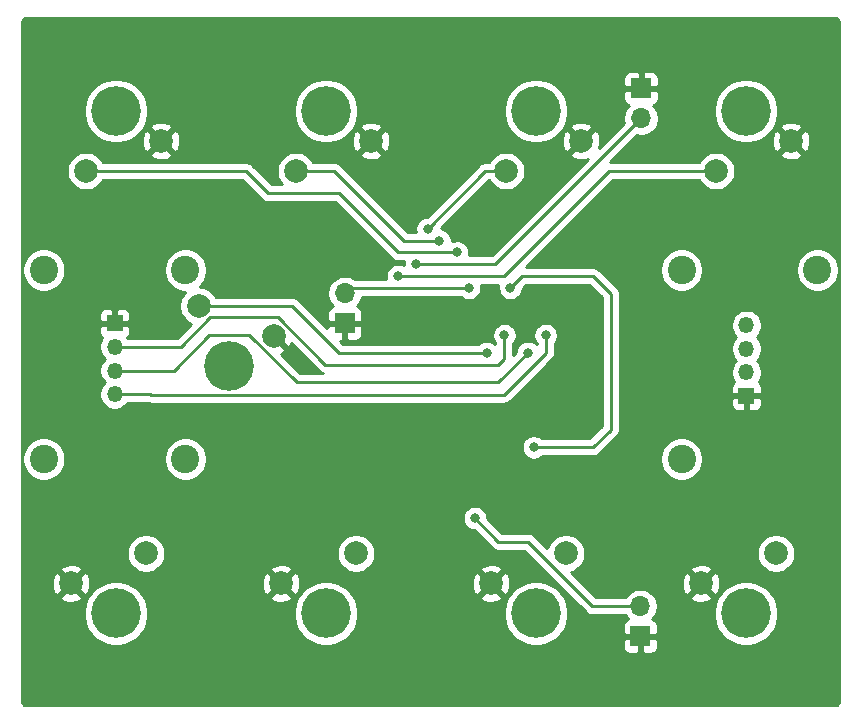
<source format=gtl>
G04 #@! TF.GenerationSoftware,KiCad,Pcbnew,(5.1.8)-1*
G04 #@! TF.CreationDate,2021-12-03T11:16:52+09:00*
G04 #@! TF.ProjectId,windsynth,77696e64-7379-46e7-9468-2e6b69636164,rev?*
G04 #@! TF.SameCoordinates,Original*
G04 #@! TF.FileFunction,Copper,L1,Top*
G04 #@! TF.FilePolarity,Positive*
%FSLAX46Y46*%
G04 Gerber Fmt 4.6, Leading zero omitted, Abs format (unit mm)*
G04 Created by KiCad (PCBNEW (5.1.8)-1) date 2021-12-03 11:16:52*
%MOMM*%
%LPD*%
G01*
G04 APERTURE LIST*
G04 #@! TA.AperFunction,ComponentPad*
%ADD10R,1.350000X1.350000*%
G04 #@! TD*
G04 #@! TA.AperFunction,ComponentPad*
%ADD11O,1.350000X1.350000*%
G04 #@! TD*
G04 #@! TA.AperFunction,ComponentPad*
%ADD12C,4.200000*%
G04 #@! TD*
G04 #@! TA.AperFunction,ComponentPad*
%ADD13C,2.000000*%
G04 #@! TD*
G04 #@! TA.AperFunction,ComponentPad*
%ADD14R,1.700000X1.700000*%
G04 #@! TD*
G04 #@! TA.AperFunction,ComponentPad*
%ADD15O,1.700000X1.700000*%
G04 #@! TD*
G04 #@! TA.AperFunction,ViaPad*
%ADD16C,2.400000*%
G04 #@! TD*
G04 #@! TA.AperFunction,ViaPad*
%ADD17C,0.800000*%
G04 #@! TD*
G04 #@! TA.AperFunction,ViaPad*
%ADD18C,2.200000*%
G04 #@! TD*
G04 #@! TA.AperFunction,Conductor*
%ADD19C,0.250000*%
G04 #@! TD*
G04 #@! TA.AperFunction,Conductor*
%ADD20C,0.254000*%
G04 #@! TD*
G04 #@! TA.AperFunction,Conductor*
%ADD21C,0.100000*%
G04 #@! TD*
G04 APERTURE END LIST*
D10*
G04 #@! TO.P,I2C,1*
G04 #@! TO.N,GND*
X188000000Y-97155000D03*
D11*
G04 #@! TO.P,I2C,2*
G04 #@! TO.N,+3V3*
X188000000Y-95155000D03*
G04 #@! TO.P,I2C,3*
G04 #@! TO.N,Net-(J1-Pad3)*
X188000000Y-93155000D03*
G04 #@! TO.P,I2C,4*
G04 #@! TO.N,Net-(J1-Pad4)*
X188000000Y-91155000D03*
G04 #@! TD*
G04 #@! TO.P,I2C,4*
G04 #@! TO.N,Net-(J1-Pad4)*
X134500000Y-97000000D03*
G04 #@! TO.P,I2C,3*
G04 #@! TO.N,Net-(J1-Pad3)*
X134500000Y-95000000D03*
G04 #@! TO.P,I2C,2*
G04 #@! TO.N,+3V3*
X134500000Y-93000000D03*
D10*
G04 #@! TO.P,I2C,1*
G04 #@! TO.N,GND*
X134500000Y-91000000D03*
G04 #@! TD*
D12*
G04 #@! TO.P,KeyLowC,3*
G04 #@! TO.N,N/C*
X187960000Y-115570000D03*
D13*
G04 #@! TO.P,KeyLowC,2*
G04 #@! TO.N,Net-(SW1-Pad2)*
X190500000Y-110490000D03*
G04 #@! TO.P,KeyLowC,1*
G04 #@! TO.N,GND*
X184150000Y-113030000D03*
G04 #@! TD*
D14*
G04 #@! TO.P,KeyEb,1*
G04 #@! TO.N,GND*
X179000000Y-117500000D03*
D15*
G04 #@! TO.P,KeyEb,2*
G04 #@! TO.N,Net-(SW2-Pad2)*
X179000000Y-114960000D03*
G04 #@! TD*
D12*
G04 #@! TO.P,KeyD,3*
G04 #@! TO.N,N/C*
X170180000Y-115570000D03*
D13*
G04 #@! TO.P,KeyD,2*
G04 #@! TO.N,Net-(SW3-Pad2)*
X172720000Y-110490000D03*
G04 #@! TO.P,KeyD,1*
G04 #@! TO.N,GND*
X166370000Y-113030000D03*
G04 #@! TD*
D12*
G04 #@! TO.P,KeyE,3*
G04 #@! TO.N,N/C*
X152400000Y-115570000D03*
D13*
G04 #@! TO.P,KeyE,2*
G04 #@! TO.N,Net-(SW4-Pad2)*
X154940000Y-110490000D03*
G04 #@! TO.P,KeyE,1*
G04 #@! TO.N,GND*
X148590000Y-113030000D03*
G04 #@! TD*
G04 #@! TO.P,KeyF,1*
G04 #@! TO.N,GND*
X130810000Y-113030000D03*
G04 #@! TO.P,KeyF,2*
G04 #@! TO.N,Net-(SW5-Pad2)*
X137160000Y-110490000D03*
D12*
G04 #@! TO.P,KeyF,3*
G04 #@! TO.N,N/C*
X134620000Y-115570000D03*
G04 #@! TD*
G04 #@! TO.P,KeyLowCs,3*
G04 #@! TO.N,N/C*
X187960000Y-73025000D03*
D13*
G04 #@! TO.P,KeyLowCs,2*
G04 #@! TO.N,Net-(SW6-Pad2)*
X185420000Y-78105000D03*
G04 #@! TO.P,KeyLowCs,1*
G04 #@! TO.N,GND*
X191770000Y-75565000D03*
G04 #@! TD*
D15*
G04 #@! TO.P,KeyGs,2*
G04 #@! TO.N,Net-(SW7-Pad2)*
X179070000Y-73660000D03*
D14*
G04 #@! TO.P,KeyGs,1*
G04 #@! TO.N,GND*
X179070000Y-71120000D03*
G04 #@! TD*
D13*
G04 #@! TO.P,KeyG,1*
G04 #@! TO.N,GND*
X173990000Y-75565000D03*
G04 #@! TO.P,KeyG,2*
G04 #@! TO.N,Net-(SW8-Pad2)*
X167640000Y-78105000D03*
D12*
G04 #@! TO.P,KeyG,3*
G04 #@! TO.N,N/C*
X170180000Y-73025000D03*
G04 #@! TD*
G04 #@! TO.P,KeyA,3*
G04 #@! TO.N,N/C*
X152400000Y-73025000D03*
D13*
G04 #@! TO.P,KeyA,2*
G04 #@! TO.N,Net-(SW9-Pad2)*
X149860000Y-78105000D03*
G04 #@! TO.P,KeyA,1*
G04 #@! TO.N,GND*
X156210000Y-75565000D03*
G04 #@! TD*
G04 #@! TO.P,KeyB,1*
G04 #@! TO.N,GND*
X138430000Y-75565000D03*
G04 #@! TO.P,KeyB,2*
G04 #@! TO.N,Net-(SW10-Pad2)*
X132080000Y-78105000D03*
D12*
G04 #@! TO.P,KeyB,3*
G04 #@! TO.N,N/C*
X134620000Y-73025000D03*
G04 #@! TD*
D14*
G04 #@! TO.P,KeyDown,1*
G04 #@! TO.N,GND*
X154000000Y-91000000D03*
D15*
G04 #@! TO.P,KeyDown,2*
G04 #@! TO.N,Net-(SW11-Pad2)*
X154000000Y-88460000D03*
G04 #@! TD*
D13*
G04 #@! TO.P,KeyUp,1*
G04 #@! TO.N,GND*
X147955000Y-92075000D03*
G04 #@! TO.P,KeyUp,2*
G04 #@! TO.N,Net-(SW12-Pad2)*
X141605000Y-89535000D03*
D12*
G04 #@! TO.P,KeyUp,3*
G04 #@! TO.N,N/C*
X144145000Y-94615000D03*
G04 #@! TD*
D16*
G04 #@! TO.N,*
X182500000Y-86500000D03*
X182500000Y-102500000D03*
X128500000Y-86500000D03*
X128500000Y-102500000D03*
X140500000Y-86500000D03*
X140500000Y-102500000D03*
X194000000Y-86500000D03*
G04 #@! TO.N,GND*
X194000000Y-102500000D03*
D17*
G04 #@! TO.N,Net-(J1-Pad4)*
X171000000Y-92000000D03*
G04 #@! TO.N,Net-(J1-Pad3)*
X169500000Y-93500000D03*
D18*
G04 #@! TO.N,GND*
X191500000Y-68500000D03*
X176500000Y-83500000D03*
X171500000Y-68500000D03*
X184000000Y-81500000D03*
X191500000Y-81500000D03*
X181500000Y-68500000D03*
X161500000Y-68500000D03*
X151500000Y-68500000D03*
X141500000Y-68500000D03*
X131500000Y-68500000D03*
D17*
G04 #@! TO.N,+3V3*
X170000000Y-101500000D03*
X168000000Y-88000000D03*
X167500000Y-92000000D03*
G04 #@! TO.N,Net-(SW2-Pad2)*
X165000000Y-107500000D03*
G04 #@! TO.N,Net-(SW6-Pad2)*
X158500000Y-87000000D03*
G04 #@! TO.N,Net-(SW7-Pad2)*
X160000000Y-86000000D03*
G04 #@! TO.N,Net-(SW8-Pad2)*
X161000000Y-83000000D03*
G04 #@! TO.N,Net-(SW9-Pad2)*
X162000000Y-84000000D03*
G04 #@! TO.N,Net-(SW10-Pad2)*
X163500000Y-85000000D03*
G04 #@! TO.N,Net-(SW11-Pad2)*
X164500000Y-88000000D03*
G04 #@! TO.N,Net-(SW12-Pad2)*
X166000000Y-93500000D03*
G04 #@! TD*
D19*
G04 #@! TO.N,Net-(J1-Pad4)*
X134500000Y-97000000D02*
X137500000Y-97000000D01*
X137540001Y-97040001D02*
X167459999Y-97040001D01*
X137500000Y-97000000D02*
X137540001Y-97040001D01*
X171000000Y-93500000D02*
X171000000Y-92000000D01*
X167459999Y-97040001D02*
X171000000Y-93500000D01*
G04 #@! TO.N,Net-(J1-Pad3)*
X134500000Y-95000000D02*
X139500000Y-95000000D01*
X139500000Y-95000000D02*
X142500000Y-92000000D01*
X145918998Y-92000000D02*
X149918998Y-96000000D01*
X142500000Y-92000000D02*
X145918998Y-92000000D01*
X149918998Y-96000000D02*
X167000000Y-96000000D01*
X167000000Y-96000000D02*
X169500000Y-93500000D01*
G04 #@! TO.N,+3V3*
X170000000Y-101500000D02*
X175000000Y-101500000D01*
X175000000Y-101500000D02*
X176500000Y-100000000D01*
X176500000Y-100000000D02*
X176500000Y-88500000D01*
X176500000Y-88500000D02*
X175000000Y-87000000D01*
X175000000Y-87000000D02*
X169000000Y-87000000D01*
X169000000Y-87000000D02*
X168000000Y-88000000D01*
X134500000Y-93000000D02*
X140000000Y-93000000D01*
X140101002Y-93000000D02*
X142601002Y-90500000D01*
X140000000Y-93000000D02*
X140101002Y-93000000D01*
X148341002Y-90500000D02*
X152341002Y-94500000D01*
X142601002Y-90500000D02*
X148341002Y-90500000D01*
X152341002Y-94500000D02*
X167000000Y-94500000D01*
X167000000Y-94500000D02*
X167500000Y-94000000D01*
X167500000Y-94000000D02*
X167500000Y-92000000D01*
G04 #@! TO.N,Net-(SW2-Pad2)*
X179000000Y-114960000D02*
X174960000Y-114960000D01*
X174960000Y-114960000D02*
X169500000Y-109500000D01*
X169500000Y-109500000D02*
X167000000Y-109500000D01*
X167000000Y-109500000D02*
X165000000Y-107500000D01*
G04 #@! TO.N,Net-(SW6-Pad2)*
X185420000Y-78105000D02*
X176395000Y-78105000D01*
X176395000Y-78105000D02*
X167500000Y-87000000D01*
X167500000Y-87000000D02*
X158500000Y-87000000D01*
G04 #@! TO.N,Net-(SW7-Pad2)*
X179070000Y-73660000D02*
X166730000Y-86000000D01*
X166730000Y-86000000D02*
X160000000Y-86000000D01*
G04 #@! TO.N,Net-(SW8-Pad2)*
X167640000Y-78105000D02*
X165895000Y-78105000D01*
X165895000Y-78105000D02*
X161000000Y-83000000D01*
G04 #@! TO.N,Net-(SW9-Pad2)*
X149860000Y-78105000D02*
X153105000Y-78105000D01*
X153105000Y-78105000D02*
X159000000Y-84000000D01*
X159000000Y-84000000D02*
X162000000Y-84000000D01*
G04 #@! TO.N,Net-(SW10-Pad2)*
X132080000Y-78105000D02*
X145605000Y-78105000D01*
X145605000Y-78105000D02*
X147500000Y-80000000D01*
X147500000Y-80000000D02*
X153500000Y-80000000D01*
X153500000Y-80000000D02*
X158500000Y-85000000D01*
X158500000Y-85000000D02*
X163500000Y-85000000D01*
G04 #@! TO.N,Net-(SW11-Pad2)*
X154460000Y-88000000D02*
X154000000Y-88460000D01*
X164500000Y-88000000D02*
X154460000Y-88000000D01*
G04 #@! TO.N,Net-(SW12-Pad2)*
X141605000Y-89535000D02*
X149535000Y-89535000D01*
X149535000Y-89535000D02*
X153500000Y-93500000D01*
X153500000Y-93500000D02*
X166000000Y-93500000D01*
G04 #@! TD*
D20*
G04 #@! TO.N,GND*
X195565424Y-65169580D02*
X195628356Y-65188580D01*
X195686405Y-65219445D01*
X195737343Y-65260989D01*
X195779248Y-65311644D01*
X195810515Y-65369471D01*
X195829956Y-65432272D01*
X195840001Y-65527845D01*
X195840000Y-122967721D01*
X195830420Y-123065424D01*
X195811420Y-123128357D01*
X195780554Y-123186406D01*
X195739011Y-123237343D01*
X195688356Y-123279248D01*
X195630529Y-123310515D01*
X195567728Y-123329956D01*
X195472165Y-123340000D01*
X127032279Y-123340000D01*
X126934576Y-123330420D01*
X126871643Y-123311420D01*
X126813594Y-123280554D01*
X126762657Y-123239011D01*
X126720752Y-123188356D01*
X126689485Y-123130529D01*
X126670044Y-123067728D01*
X126660000Y-122972165D01*
X126660000Y-118350000D01*
X177511928Y-118350000D01*
X177524188Y-118474482D01*
X177560498Y-118594180D01*
X177619463Y-118704494D01*
X177698815Y-118801185D01*
X177795506Y-118880537D01*
X177905820Y-118939502D01*
X178025518Y-118975812D01*
X178150000Y-118988072D01*
X178714250Y-118985000D01*
X178873000Y-118826250D01*
X178873000Y-117627000D01*
X179127000Y-117627000D01*
X179127000Y-118826250D01*
X179285750Y-118985000D01*
X179850000Y-118988072D01*
X179974482Y-118975812D01*
X180094180Y-118939502D01*
X180204494Y-118880537D01*
X180301185Y-118801185D01*
X180380537Y-118704494D01*
X180439502Y-118594180D01*
X180475812Y-118474482D01*
X180488072Y-118350000D01*
X180485000Y-117785750D01*
X180326250Y-117627000D01*
X179127000Y-117627000D01*
X178873000Y-117627000D01*
X177673750Y-117627000D01*
X177515000Y-117785750D01*
X177511928Y-118350000D01*
X126660000Y-118350000D01*
X126660000Y-115300626D01*
X131885000Y-115300626D01*
X131885000Y-115839374D01*
X131990105Y-116367770D01*
X132196275Y-116865508D01*
X132495587Y-117313461D01*
X132876539Y-117694413D01*
X133324492Y-117993725D01*
X133822230Y-118199895D01*
X134350626Y-118305000D01*
X134889374Y-118305000D01*
X135417770Y-118199895D01*
X135915508Y-117993725D01*
X136363461Y-117694413D01*
X136744413Y-117313461D01*
X137043725Y-116865508D01*
X137249895Y-116367770D01*
X137355000Y-115839374D01*
X137355000Y-115300626D01*
X149665000Y-115300626D01*
X149665000Y-115839374D01*
X149770105Y-116367770D01*
X149976275Y-116865508D01*
X150275587Y-117313461D01*
X150656539Y-117694413D01*
X151104492Y-117993725D01*
X151602230Y-118199895D01*
X152130626Y-118305000D01*
X152669374Y-118305000D01*
X153197770Y-118199895D01*
X153695508Y-117993725D01*
X154143461Y-117694413D01*
X154524413Y-117313461D01*
X154823725Y-116865508D01*
X155029895Y-116367770D01*
X155135000Y-115839374D01*
X155135000Y-115300626D01*
X167445000Y-115300626D01*
X167445000Y-115839374D01*
X167550105Y-116367770D01*
X167756275Y-116865508D01*
X168055587Y-117313461D01*
X168436539Y-117694413D01*
X168884492Y-117993725D01*
X169382230Y-118199895D01*
X169910626Y-118305000D01*
X170449374Y-118305000D01*
X170977770Y-118199895D01*
X171475508Y-117993725D01*
X171923461Y-117694413D01*
X172304413Y-117313461D01*
X172603725Y-116865508D01*
X172809895Y-116367770D01*
X172915000Y-115839374D01*
X172915000Y-115300626D01*
X172809895Y-114772230D01*
X172603725Y-114274492D01*
X172304413Y-113826539D01*
X171923461Y-113445587D01*
X171475508Y-113146275D01*
X170977770Y-112940105D01*
X170449374Y-112835000D01*
X169910626Y-112835000D01*
X169382230Y-112940105D01*
X168884492Y-113146275D01*
X168436539Y-113445587D01*
X168055587Y-113826539D01*
X167756275Y-114274492D01*
X167550105Y-114772230D01*
X167445000Y-115300626D01*
X155135000Y-115300626D01*
X155029895Y-114772230D01*
X154823725Y-114274492D01*
X154750841Y-114165413D01*
X165414192Y-114165413D01*
X165509956Y-114429814D01*
X165799571Y-114570704D01*
X166111108Y-114652384D01*
X166432595Y-114671718D01*
X166751675Y-114627961D01*
X167056088Y-114522795D01*
X167230044Y-114429814D01*
X167325808Y-114165413D01*
X166370000Y-113209605D01*
X165414192Y-114165413D01*
X154750841Y-114165413D01*
X154524413Y-113826539D01*
X154143461Y-113445587D01*
X153695508Y-113146275D01*
X153565914Y-113092595D01*
X164728282Y-113092595D01*
X164772039Y-113411675D01*
X164877205Y-113716088D01*
X164970186Y-113890044D01*
X165234587Y-113985808D01*
X166190395Y-113030000D01*
X166549605Y-113030000D01*
X167505413Y-113985808D01*
X167769814Y-113890044D01*
X167910704Y-113600429D01*
X167992384Y-113288892D01*
X168011718Y-112967405D01*
X167967961Y-112648325D01*
X167862795Y-112343912D01*
X167769814Y-112169956D01*
X167505413Y-112074192D01*
X166549605Y-113030000D01*
X166190395Y-113030000D01*
X165234587Y-112074192D01*
X164970186Y-112169956D01*
X164829296Y-112459571D01*
X164747616Y-112771108D01*
X164728282Y-113092595D01*
X153565914Y-113092595D01*
X153197770Y-112940105D01*
X152669374Y-112835000D01*
X152130626Y-112835000D01*
X151602230Y-112940105D01*
X151104492Y-113146275D01*
X150656539Y-113445587D01*
X150275587Y-113826539D01*
X149976275Y-114274492D01*
X149770105Y-114772230D01*
X149665000Y-115300626D01*
X137355000Y-115300626D01*
X137249895Y-114772230D01*
X137043725Y-114274492D01*
X136970841Y-114165413D01*
X147634192Y-114165413D01*
X147729956Y-114429814D01*
X148019571Y-114570704D01*
X148331108Y-114652384D01*
X148652595Y-114671718D01*
X148971675Y-114627961D01*
X149276088Y-114522795D01*
X149450044Y-114429814D01*
X149545808Y-114165413D01*
X148590000Y-113209605D01*
X147634192Y-114165413D01*
X136970841Y-114165413D01*
X136744413Y-113826539D01*
X136363461Y-113445587D01*
X135915508Y-113146275D01*
X135785914Y-113092595D01*
X146948282Y-113092595D01*
X146992039Y-113411675D01*
X147097205Y-113716088D01*
X147190186Y-113890044D01*
X147454587Y-113985808D01*
X148410395Y-113030000D01*
X148769605Y-113030000D01*
X149725413Y-113985808D01*
X149989814Y-113890044D01*
X150130704Y-113600429D01*
X150212384Y-113288892D01*
X150231718Y-112967405D01*
X150187961Y-112648325D01*
X150082795Y-112343912D01*
X149989814Y-112169956D01*
X149725413Y-112074192D01*
X148769605Y-113030000D01*
X148410395Y-113030000D01*
X147454587Y-112074192D01*
X147190186Y-112169956D01*
X147049296Y-112459571D01*
X146967616Y-112771108D01*
X146948282Y-113092595D01*
X135785914Y-113092595D01*
X135417770Y-112940105D01*
X134889374Y-112835000D01*
X134350626Y-112835000D01*
X133822230Y-112940105D01*
X133324492Y-113146275D01*
X132876539Y-113445587D01*
X132495587Y-113826539D01*
X132196275Y-114274492D01*
X131990105Y-114772230D01*
X131885000Y-115300626D01*
X126660000Y-115300626D01*
X126660000Y-114165413D01*
X129854192Y-114165413D01*
X129949956Y-114429814D01*
X130239571Y-114570704D01*
X130551108Y-114652384D01*
X130872595Y-114671718D01*
X131191675Y-114627961D01*
X131496088Y-114522795D01*
X131670044Y-114429814D01*
X131765808Y-114165413D01*
X130810000Y-113209605D01*
X129854192Y-114165413D01*
X126660000Y-114165413D01*
X126660000Y-113092595D01*
X129168282Y-113092595D01*
X129212039Y-113411675D01*
X129317205Y-113716088D01*
X129410186Y-113890044D01*
X129674587Y-113985808D01*
X130630395Y-113030000D01*
X130989605Y-113030000D01*
X131945413Y-113985808D01*
X132209814Y-113890044D01*
X132350704Y-113600429D01*
X132432384Y-113288892D01*
X132451718Y-112967405D01*
X132407961Y-112648325D01*
X132302795Y-112343912D01*
X132209814Y-112169956D01*
X131945413Y-112074192D01*
X130989605Y-113030000D01*
X130630395Y-113030000D01*
X129674587Y-112074192D01*
X129410186Y-112169956D01*
X129269296Y-112459571D01*
X129187616Y-112771108D01*
X129168282Y-113092595D01*
X126660000Y-113092595D01*
X126660000Y-111894587D01*
X129854192Y-111894587D01*
X130810000Y-112850395D01*
X131765808Y-111894587D01*
X131670044Y-111630186D01*
X131380429Y-111489296D01*
X131068892Y-111407616D01*
X130747405Y-111388282D01*
X130428325Y-111432039D01*
X130123912Y-111537205D01*
X129949956Y-111630186D01*
X129854192Y-111894587D01*
X126660000Y-111894587D01*
X126660000Y-110328967D01*
X135525000Y-110328967D01*
X135525000Y-110651033D01*
X135587832Y-110966912D01*
X135711082Y-111264463D01*
X135890013Y-111532252D01*
X136117748Y-111759987D01*
X136385537Y-111938918D01*
X136683088Y-112062168D01*
X136998967Y-112125000D01*
X137321033Y-112125000D01*
X137636912Y-112062168D01*
X137934463Y-111938918D01*
X138000808Y-111894587D01*
X147634192Y-111894587D01*
X148590000Y-112850395D01*
X149545808Y-111894587D01*
X149450044Y-111630186D01*
X149160429Y-111489296D01*
X148848892Y-111407616D01*
X148527405Y-111388282D01*
X148208325Y-111432039D01*
X147903912Y-111537205D01*
X147729956Y-111630186D01*
X147634192Y-111894587D01*
X138000808Y-111894587D01*
X138202252Y-111759987D01*
X138429987Y-111532252D01*
X138608918Y-111264463D01*
X138732168Y-110966912D01*
X138795000Y-110651033D01*
X138795000Y-110328967D01*
X153305000Y-110328967D01*
X153305000Y-110651033D01*
X153367832Y-110966912D01*
X153491082Y-111264463D01*
X153670013Y-111532252D01*
X153897748Y-111759987D01*
X154165537Y-111938918D01*
X154463088Y-112062168D01*
X154778967Y-112125000D01*
X155101033Y-112125000D01*
X155416912Y-112062168D01*
X155714463Y-111938918D01*
X155780808Y-111894587D01*
X165414192Y-111894587D01*
X166370000Y-112850395D01*
X167325808Y-111894587D01*
X167230044Y-111630186D01*
X166940429Y-111489296D01*
X166628892Y-111407616D01*
X166307405Y-111388282D01*
X165988325Y-111432039D01*
X165683912Y-111537205D01*
X165509956Y-111630186D01*
X165414192Y-111894587D01*
X155780808Y-111894587D01*
X155982252Y-111759987D01*
X156209987Y-111532252D01*
X156388918Y-111264463D01*
X156512168Y-110966912D01*
X156575000Y-110651033D01*
X156575000Y-110328967D01*
X156512168Y-110013088D01*
X156388918Y-109715537D01*
X156209987Y-109447748D01*
X155982252Y-109220013D01*
X155714463Y-109041082D01*
X155416912Y-108917832D01*
X155101033Y-108855000D01*
X154778967Y-108855000D01*
X154463088Y-108917832D01*
X154165537Y-109041082D01*
X153897748Y-109220013D01*
X153670013Y-109447748D01*
X153491082Y-109715537D01*
X153367832Y-110013088D01*
X153305000Y-110328967D01*
X138795000Y-110328967D01*
X138732168Y-110013088D01*
X138608918Y-109715537D01*
X138429987Y-109447748D01*
X138202252Y-109220013D01*
X137934463Y-109041082D01*
X137636912Y-108917832D01*
X137321033Y-108855000D01*
X136998967Y-108855000D01*
X136683088Y-108917832D01*
X136385537Y-109041082D01*
X136117748Y-109220013D01*
X135890013Y-109447748D01*
X135711082Y-109715537D01*
X135587832Y-110013088D01*
X135525000Y-110328967D01*
X126660000Y-110328967D01*
X126660000Y-107398061D01*
X163965000Y-107398061D01*
X163965000Y-107601939D01*
X164004774Y-107801898D01*
X164082795Y-107990256D01*
X164196063Y-108159774D01*
X164340226Y-108303937D01*
X164509744Y-108417205D01*
X164698102Y-108495226D01*
X164898061Y-108535000D01*
X164960199Y-108535000D01*
X166436200Y-110011002D01*
X166459999Y-110040001D01*
X166488997Y-110063799D01*
X166575723Y-110134974D01*
X166707753Y-110205546D01*
X166851014Y-110249003D01*
X166962667Y-110260000D01*
X166962676Y-110260000D01*
X166999999Y-110263676D01*
X167037322Y-110260000D01*
X169185199Y-110260000D01*
X174396201Y-115471003D01*
X174419999Y-115500001D01*
X174448997Y-115523799D01*
X174535723Y-115594974D01*
X174663759Y-115663411D01*
X174667753Y-115665546D01*
X174811014Y-115709003D01*
X174922667Y-115720000D01*
X174922676Y-115720000D01*
X174959999Y-115723676D01*
X174997322Y-115720000D01*
X177721822Y-115720000D01*
X177846525Y-115906632D01*
X177978380Y-116038487D01*
X177905820Y-116060498D01*
X177795506Y-116119463D01*
X177698815Y-116198815D01*
X177619463Y-116295506D01*
X177560498Y-116405820D01*
X177524188Y-116525518D01*
X177511928Y-116650000D01*
X177515000Y-117214250D01*
X177673750Y-117373000D01*
X178873000Y-117373000D01*
X178873000Y-117353000D01*
X179127000Y-117353000D01*
X179127000Y-117373000D01*
X180326250Y-117373000D01*
X180485000Y-117214250D01*
X180488072Y-116650000D01*
X180475812Y-116525518D01*
X180439502Y-116405820D01*
X180380537Y-116295506D01*
X180301185Y-116198815D01*
X180204494Y-116119463D01*
X180094180Y-116060498D01*
X180021620Y-116038487D01*
X180153475Y-115906632D01*
X180315990Y-115663411D01*
X180427932Y-115393158D01*
X180446337Y-115300626D01*
X185225000Y-115300626D01*
X185225000Y-115839374D01*
X185330105Y-116367770D01*
X185536275Y-116865508D01*
X185835587Y-117313461D01*
X186216539Y-117694413D01*
X186664492Y-117993725D01*
X187162230Y-118199895D01*
X187690626Y-118305000D01*
X188229374Y-118305000D01*
X188757770Y-118199895D01*
X189255508Y-117993725D01*
X189703461Y-117694413D01*
X190084413Y-117313461D01*
X190383725Y-116865508D01*
X190589895Y-116367770D01*
X190695000Y-115839374D01*
X190695000Y-115300626D01*
X190589895Y-114772230D01*
X190383725Y-114274492D01*
X190084413Y-113826539D01*
X189703461Y-113445587D01*
X189255508Y-113146275D01*
X188757770Y-112940105D01*
X188229374Y-112835000D01*
X187690626Y-112835000D01*
X187162230Y-112940105D01*
X186664492Y-113146275D01*
X186216539Y-113445587D01*
X185835587Y-113826539D01*
X185536275Y-114274492D01*
X185330105Y-114772230D01*
X185225000Y-115300626D01*
X180446337Y-115300626D01*
X180485000Y-115106260D01*
X180485000Y-114813740D01*
X180427932Y-114526842D01*
X180315990Y-114256589D01*
X180255069Y-114165413D01*
X183194192Y-114165413D01*
X183289956Y-114429814D01*
X183579571Y-114570704D01*
X183891108Y-114652384D01*
X184212595Y-114671718D01*
X184531675Y-114627961D01*
X184836088Y-114522795D01*
X185010044Y-114429814D01*
X185105808Y-114165413D01*
X184150000Y-113209605D01*
X183194192Y-114165413D01*
X180255069Y-114165413D01*
X180153475Y-114013368D01*
X179946632Y-113806525D01*
X179703411Y-113644010D01*
X179433158Y-113532068D01*
X179146260Y-113475000D01*
X178853740Y-113475000D01*
X178566842Y-113532068D01*
X178296589Y-113644010D01*
X178053368Y-113806525D01*
X177846525Y-114013368D01*
X177721822Y-114200000D01*
X175274802Y-114200000D01*
X174167397Y-113092595D01*
X182508282Y-113092595D01*
X182552039Y-113411675D01*
X182657205Y-113716088D01*
X182750186Y-113890044D01*
X183014587Y-113985808D01*
X183970395Y-113030000D01*
X184329605Y-113030000D01*
X185285413Y-113985808D01*
X185549814Y-113890044D01*
X185690704Y-113600429D01*
X185772384Y-113288892D01*
X185791718Y-112967405D01*
X185747961Y-112648325D01*
X185642795Y-112343912D01*
X185549814Y-112169956D01*
X185285413Y-112074192D01*
X184329605Y-113030000D01*
X183970395Y-113030000D01*
X183014587Y-112074192D01*
X182750186Y-112169956D01*
X182609296Y-112459571D01*
X182527616Y-112771108D01*
X182508282Y-113092595D01*
X174167397Y-113092595D01*
X173146915Y-112072113D01*
X173196912Y-112062168D01*
X173494463Y-111938918D01*
X173560808Y-111894587D01*
X183194192Y-111894587D01*
X184150000Y-112850395D01*
X185105808Y-111894587D01*
X185010044Y-111630186D01*
X184720429Y-111489296D01*
X184408892Y-111407616D01*
X184087405Y-111388282D01*
X183768325Y-111432039D01*
X183463912Y-111537205D01*
X183289956Y-111630186D01*
X183194192Y-111894587D01*
X173560808Y-111894587D01*
X173762252Y-111759987D01*
X173989987Y-111532252D01*
X174168918Y-111264463D01*
X174292168Y-110966912D01*
X174355000Y-110651033D01*
X174355000Y-110328967D01*
X188865000Y-110328967D01*
X188865000Y-110651033D01*
X188927832Y-110966912D01*
X189051082Y-111264463D01*
X189230013Y-111532252D01*
X189457748Y-111759987D01*
X189725537Y-111938918D01*
X190023088Y-112062168D01*
X190338967Y-112125000D01*
X190661033Y-112125000D01*
X190976912Y-112062168D01*
X191274463Y-111938918D01*
X191542252Y-111759987D01*
X191769987Y-111532252D01*
X191948918Y-111264463D01*
X192072168Y-110966912D01*
X192135000Y-110651033D01*
X192135000Y-110328967D01*
X192072168Y-110013088D01*
X191948918Y-109715537D01*
X191769987Y-109447748D01*
X191542252Y-109220013D01*
X191274463Y-109041082D01*
X190976912Y-108917832D01*
X190661033Y-108855000D01*
X190338967Y-108855000D01*
X190023088Y-108917832D01*
X189725537Y-109041082D01*
X189457748Y-109220013D01*
X189230013Y-109447748D01*
X189051082Y-109715537D01*
X188927832Y-110013088D01*
X188865000Y-110328967D01*
X174355000Y-110328967D01*
X174292168Y-110013088D01*
X174168918Y-109715537D01*
X173989987Y-109447748D01*
X173762252Y-109220013D01*
X173494463Y-109041082D01*
X173196912Y-108917832D01*
X172881033Y-108855000D01*
X172558967Y-108855000D01*
X172243088Y-108917832D01*
X171945537Y-109041082D01*
X171677748Y-109220013D01*
X171450013Y-109447748D01*
X171271082Y-109715537D01*
X171147832Y-110013088D01*
X171137887Y-110063086D01*
X170063804Y-108989003D01*
X170040001Y-108959999D01*
X169924276Y-108865026D01*
X169792247Y-108794454D01*
X169648986Y-108750997D01*
X169537333Y-108740000D01*
X169537322Y-108740000D01*
X169500000Y-108736324D01*
X169462678Y-108740000D01*
X167314802Y-108740000D01*
X166035000Y-107460199D01*
X166035000Y-107398061D01*
X165995226Y-107198102D01*
X165917205Y-107009744D01*
X165803937Y-106840226D01*
X165659774Y-106696063D01*
X165490256Y-106582795D01*
X165301898Y-106504774D01*
X165101939Y-106465000D01*
X164898061Y-106465000D01*
X164698102Y-106504774D01*
X164509744Y-106582795D01*
X164340226Y-106696063D01*
X164196063Y-106840226D01*
X164082795Y-107009744D01*
X164004774Y-107198102D01*
X163965000Y-107398061D01*
X126660000Y-107398061D01*
X126660000Y-102319268D01*
X126665000Y-102319268D01*
X126665000Y-102680732D01*
X126735518Y-103035250D01*
X126873844Y-103369199D01*
X127074662Y-103669744D01*
X127330256Y-103925338D01*
X127630801Y-104126156D01*
X127964750Y-104264482D01*
X128319268Y-104335000D01*
X128680732Y-104335000D01*
X129035250Y-104264482D01*
X129369199Y-104126156D01*
X129669744Y-103925338D01*
X129925338Y-103669744D01*
X130126156Y-103369199D01*
X130264482Y-103035250D01*
X130335000Y-102680732D01*
X130335000Y-102319268D01*
X138665000Y-102319268D01*
X138665000Y-102680732D01*
X138735518Y-103035250D01*
X138873844Y-103369199D01*
X139074662Y-103669744D01*
X139330256Y-103925338D01*
X139630801Y-104126156D01*
X139964750Y-104264482D01*
X140319268Y-104335000D01*
X140680732Y-104335000D01*
X141035250Y-104264482D01*
X141369199Y-104126156D01*
X141669744Y-103925338D01*
X141925338Y-103669744D01*
X142126156Y-103369199D01*
X142264482Y-103035250D01*
X142335000Y-102680732D01*
X142335000Y-102319268D01*
X142264482Y-101964750D01*
X142126156Y-101630801D01*
X141925338Y-101330256D01*
X141669744Y-101074662D01*
X141369199Y-100873844D01*
X141035250Y-100735518D01*
X140680732Y-100665000D01*
X140319268Y-100665000D01*
X139964750Y-100735518D01*
X139630801Y-100873844D01*
X139330256Y-101074662D01*
X139074662Y-101330256D01*
X138873844Y-101630801D01*
X138735518Y-101964750D01*
X138665000Y-102319268D01*
X130335000Y-102319268D01*
X130264482Y-101964750D01*
X130126156Y-101630801D01*
X129925338Y-101330256D01*
X129669744Y-101074662D01*
X129369199Y-100873844D01*
X129035250Y-100735518D01*
X128680732Y-100665000D01*
X128319268Y-100665000D01*
X127964750Y-100735518D01*
X127630801Y-100873844D01*
X127330256Y-101074662D01*
X127074662Y-101330256D01*
X126873844Y-101630801D01*
X126735518Y-101964750D01*
X126665000Y-102319268D01*
X126660000Y-102319268D01*
X126660000Y-91675000D01*
X133186928Y-91675000D01*
X133199188Y-91799482D01*
X133235498Y-91919180D01*
X133294463Y-92029494D01*
X133373815Y-92126185D01*
X133460697Y-92197487D01*
X133339093Y-92379482D01*
X133240342Y-92617887D01*
X133190000Y-92870976D01*
X133190000Y-93129024D01*
X133240342Y-93382113D01*
X133339093Y-93620518D01*
X133482456Y-93835077D01*
X133647379Y-94000000D01*
X133482456Y-94164923D01*
X133339093Y-94379482D01*
X133240342Y-94617887D01*
X133190000Y-94870976D01*
X133190000Y-95129024D01*
X133240342Y-95382113D01*
X133339093Y-95620518D01*
X133482456Y-95835077D01*
X133647379Y-96000000D01*
X133482456Y-96164923D01*
X133339093Y-96379482D01*
X133240342Y-96617887D01*
X133190000Y-96870976D01*
X133190000Y-97129024D01*
X133240342Y-97382113D01*
X133339093Y-97620518D01*
X133482456Y-97835077D01*
X133664923Y-98017544D01*
X133879482Y-98160907D01*
X134117887Y-98259658D01*
X134370976Y-98310000D01*
X134629024Y-98310000D01*
X134882113Y-98259658D01*
X135120518Y-98160907D01*
X135335077Y-98017544D01*
X135517544Y-97835077D01*
X135567709Y-97760000D01*
X137295400Y-97760000D01*
X137391015Y-97789004D01*
X137502668Y-97800001D01*
X137502679Y-97800001D01*
X137540001Y-97803677D01*
X137577324Y-97800001D01*
X167422677Y-97800001D01*
X167459999Y-97803677D01*
X167497321Y-97800001D01*
X167497332Y-97800001D01*
X167608985Y-97789004D01*
X167752246Y-97745547D01*
X167884275Y-97674975D01*
X168000000Y-97580002D01*
X168023803Y-97550998D01*
X171511009Y-94063794D01*
X171540001Y-94040001D01*
X171563795Y-94011008D01*
X171563799Y-94011004D01*
X171634973Y-93924277D01*
X171634974Y-93924276D01*
X171705546Y-93792247D01*
X171749003Y-93648986D01*
X171760000Y-93537333D01*
X171760000Y-93537324D01*
X171763676Y-93500001D01*
X171760000Y-93462678D01*
X171760000Y-92703711D01*
X171803937Y-92659774D01*
X171917205Y-92490256D01*
X171995226Y-92301898D01*
X172035000Y-92101939D01*
X172035000Y-91898061D01*
X171995226Y-91698102D01*
X171917205Y-91509744D01*
X171803937Y-91340226D01*
X171659774Y-91196063D01*
X171490256Y-91082795D01*
X171301898Y-91004774D01*
X171101939Y-90965000D01*
X170898061Y-90965000D01*
X170698102Y-91004774D01*
X170509744Y-91082795D01*
X170340226Y-91196063D01*
X170196063Y-91340226D01*
X170082795Y-91509744D01*
X170004774Y-91698102D01*
X169965000Y-91898061D01*
X169965000Y-92101939D01*
X170004774Y-92301898D01*
X170082795Y-92490256D01*
X170196063Y-92659774D01*
X170240001Y-92703712D01*
X170240000Y-92776289D01*
X170159774Y-92696063D01*
X169990256Y-92582795D01*
X169801898Y-92504774D01*
X169601939Y-92465000D01*
X169398061Y-92465000D01*
X169198102Y-92504774D01*
X169009744Y-92582795D01*
X168840226Y-92696063D01*
X168696063Y-92840226D01*
X168582795Y-93009744D01*
X168504774Y-93198102D01*
X168465000Y-93398061D01*
X168465000Y-93460198D01*
X168260000Y-93665198D01*
X168260000Y-92703711D01*
X168303937Y-92659774D01*
X168417205Y-92490256D01*
X168495226Y-92301898D01*
X168535000Y-92101939D01*
X168535000Y-91898061D01*
X168495226Y-91698102D01*
X168417205Y-91509744D01*
X168303937Y-91340226D01*
X168159774Y-91196063D01*
X167990256Y-91082795D01*
X167801898Y-91004774D01*
X167601939Y-90965000D01*
X167398061Y-90965000D01*
X167198102Y-91004774D01*
X167009744Y-91082795D01*
X166840226Y-91196063D01*
X166696063Y-91340226D01*
X166582795Y-91509744D01*
X166504774Y-91698102D01*
X166465000Y-91898061D01*
X166465000Y-92101939D01*
X166504774Y-92301898D01*
X166582795Y-92490256D01*
X166696063Y-92659774D01*
X166740001Y-92703712D01*
X166740001Y-92776290D01*
X166659774Y-92696063D01*
X166490256Y-92582795D01*
X166301898Y-92504774D01*
X166101939Y-92465000D01*
X165898061Y-92465000D01*
X165698102Y-92504774D01*
X165509744Y-92582795D01*
X165340226Y-92696063D01*
X165296289Y-92740000D01*
X153814802Y-92740000D01*
X153560638Y-92485836D01*
X153714250Y-92485000D01*
X153873000Y-92326250D01*
X153873000Y-91127000D01*
X154127000Y-91127000D01*
X154127000Y-92326250D01*
X154285750Y-92485000D01*
X154850000Y-92488072D01*
X154974482Y-92475812D01*
X155094180Y-92439502D01*
X155204494Y-92380537D01*
X155301185Y-92301185D01*
X155380537Y-92204494D01*
X155439502Y-92094180D01*
X155475812Y-91974482D01*
X155488072Y-91850000D01*
X155485000Y-91285750D01*
X155326250Y-91127000D01*
X154127000Y-91127000D01*
X153873000Y-91127000D01*
X152673750Y-91127000D01*
X152515000Y-91285750D01*
X152514164Y-91439362D01*
X150098804Y-89024003D01*
X150075001Y-88994999D01*
X149959276Y-88900026D01*
X149827247Y-88829454D01*
X149683986Y-88785997D01*
X149572333Y-88775000D01*
X149572322Y-88775000D01*
X149535000Y-88771324D01*
X149497678Y-88775000D01*
X143059909Y-88775000D01*
X143053918Y-88760537D01*
X142874987Y-88492748D01*
X142647252Y-88265013D01*
X142379463Y-88086082D01*
X142081912Y-87962832D01*
X141766033Y-87900000D01*
X141695082Y-87900000D01*
X141925338Y-87669744D01*
X142126156Y-87369199D01*
X142264482Y-87035250D01*
X142335000Y-86680732D01*
X142335000Y-86319268D01*
X142264482Y-85964750D01*
X142126156Y-85630801D01*
X141925338Y-85330256D01*
X141669744Y-85074662D01*
X141369199Y-84873844D01*
X141035250Y-84735518D01*
X140680732Y-84665000D01*
X140319268Y-84665000D01*
X139964750Y-84735518D01*
X139630801Y-84873844D01*
X139330256Y-85074662D01*
X139074662Y-85330256D01*
X138873844Y-85630801D01*
X138735518Y-85964750D01*
X138665000Y-86319268D01*
X138665000Y-86680732D01*
X138735518Y-87035250D01*
X138873844Y-87369199D01*
X139074662Y-87669744D01*
X139330256Y-87925338D01*
X139630801Y-88126156D01*
X139964750Y-88264482D01*
X140319268Y-88335000D01*
X140492761Y-88335000D01*
X140335013Y-88492748D01*
X140156082Y-88760537D01*
X140032832Y-89058088D01*
X139970000Y-89373967D01*
X139970000Y-89696033D01*
X140032832Y-90011912D01*
X140156082Y-90309463D01*
X140335013Y-90577252D01*
X140562748Y-90804987D01*
X140830537Y-90983918D01*
X140980264Y-91045937D01*
X139786201Y-92240000D01*
X135567709Y-92240000D01*
X135539303Y-92197487D01*
X135626185Y-92126185D01*
X135705537Y-92029494D01*
X135764502Y-91919180D01*
X135800812Y-91799482D01*
X135813072Y-91675000D01*
X135810000Y-91285750D01*
X135651250Y-91127000D01*
X134627000Y-91127000D01*
X134627000Y-91147000D01*
X134373000Y-91147000D01*
X134373000Y-91127000D01*
X133348750Y-91127000D01*
X133190000Y-91285750D01*
X133186928Y-91675000D01*
X126660000Y-91675000D01*
X126660000Y-90325000D01*
X133186928Y-90325000D01*
X133190000Y-90714250D01*
X133348750Y-90873000D01*
X134373000Y-90873000D01*
X134373000Y-89848750D01*
X134627000Y-89848750D01*
X134627000Y-90873000D01*
X135651250Y-90873000D01*
X135810000Y-90714250D01*
X135813072Y-90325000D01*
X135800812Y-90200518D01*
X135764502Y-90080820D01*
X135705537Y-89970506D01*
X135626185Y-89873815D01*
X135529494Y-89794463D01*
X135419180Y-89735498D01*
X135299482Y-89699188D01*
X135175000Y-89686928D01*
X134785750Y-89690000D01*
X134627000Y-89848750D01*
X134373000Y-89848750D01*
X134214250Y-89690000D01*
X133825000Y-89686928D01*
X133700518Y-89699188D01*
X133580820Y-89735498D01*
X133470506Y-89794463D01*
X133373815Y-89873815D01*
X133294463Y-89970506D01*
X133235498Y-90080820D01*
X133199188Y-90200518D01*
X133186928Y-90325000D01*
X126660000Y-90325000D01*
X126660000Y-86319268D01*
X126665000Y-86319268D01*
X126665000Y-86680732D01*
X126735518Y-87035250D01*
X126873844Y-87369199D01*
X127074662Y-87669744D01*
X127330256Y-87925338D01*
X127630801Y-88126156D01*
X127964750Y-88264482D01*
X128319268Y-88335000D01*
X128680732Y-88335000D01*
X129035250Y-88264482D01*
X129369199Y-88126156D01*
X129669744Y-87925338D01*
X129925338Y-87669744D01*
X130126156Y-87369199D01*
X130264482Y-87035250D01*
X130335000Y-86680732D01*
X130335000Y-86319268D01*
X130264482Y-85964750D01*
X130126156Y-85630801D01*
X129925338Y-85330256D01*
X129669744Y-85074662D01*
X129369199Y-84873844D01*
X129035250Y-84735518D01*
X128680732Y-84665000D01*
X128319268Y-84665000D01*
X127964750Y-84735518D01*
X127630801Y-84873844D01*
X127330256Y-85074662D01*
X127074662Y-85330256D01*
X126873844Y-85630801D01*
X126735518Y-85964750D01*
X126665000Y-86319268D01*
X126660000Y-86319268D01*
X126660000Y-77943967D01*
X130445000Y-77943967D01*
X130445000Y-78266033D01*
X130507832Y-78581912D01*
X130631082Y-78879463D01*
X130810013Y-79147252D01*
X131037748Y-79374987D01*
X131305537Y-79553918D01*
X131603088Y-79677168D01*
X131918967Y-79740000D01*
X132241033Y-79740000D01*
X132556912Y-79677168D01*
X132854463Y-79553918D01*
X133122252Y-79374987D01*
X133349987Y-79147252D01*
X133528918Y-78879463D01*
X133534909Y-78865000D01*
X145290199Y-78865000D01*
X146936200Y-80511002D01*
X146959999Y-80540001D01*
X147075724Y-80634974D01*
X147207753Y-80705546D01*
X147351014Y-80749003D01*
X147462667Y-80760000D01*
X147462675Y-80760000D01*
X147500000Y-80763676D01*
X147537325Y-80760000D01*
X153185199Y-80760000D01*
X157936201Y-85511003D01*
X157959999Y-85540001D01*
X158075724Y-85634974D01*
X158207753Y-85705546D01*
X158351014Y-85749003D01*
X158462667Y-85760000D01*
X158462677Y-85760000D01*
X158500000Y-85763676D01*
X158537323Y-85760000D01*
X158992462Y-85760000D01*
X158965000Y-85898061D01*
X158965000Y-86072334D01*
X158801898Y-86004774D01*
X158601939Y-85965000D01*
X158398061Y-85965000D01*
X158198102Y-86004774D01*
X158009744Y-86082795D01*
X157840226Y-86196063D01*
X157696063Y-86340226D01*
X157582795Y-86509744D01*
X157504774Y-86698102D01*
X157465000Y-86898061D01*
X157465000Y-87101939D01*
X157492462Y-87240000D01*
X154847070Y-87240000D01*
X154703411Y-87144010D01*
X154433158Y-87032068D01*
X154146260Y-86975000D01*
X153853740Y-86975000D01*
X153566842Y-87032068D01*
X153296589Y-87144010D01*
X153053368Y-87306525D01*
X152846525Y-87513368D01*
X152684010Y-87756589D01*
X152572068Y-88026842D01*
X152515000Y-88313740D01*
X152515000Y-88606260D01*
X152572068Y-88893158D01*
X152684010Y-89163411D01*
X152846525Y-89406632D01*
X152978380Y-89538487D01*
X152905820Y-89560498D01*
X152795506Y-89619463D01*
X152698815Y-89698815D01*
X152619463Y-89795506D01*
X152560498Y-89905820D01*
X152524188Y-90025518D01*
X152511928Y-90150000D01*
X152515000Y-90714250D01*
X152673750Y-90873000D01*
X153873000Y-90873000D01*
X153873000Y-90853000D01*
X154127000Y-90853000D01*
X154127000Y-90873000D01*
X155326250Y-90873000D01*
X155485000Y-90714250D01*
X155488072Y-90150000D01*
X155475812Y-90025518D01*
X155439502Y-89905820D01*
X155380537Y-89795506D01*
X155301185Y-89698815D01*
X155204494Y-89619463D01*
X155094180Y-89560498D01*
X155021620Y-89538487D01*
X155153475Y-89406632D01*
X155315990Y-89163411D01*
X155427932Y-88893158D01*
X155454419Y-88760000D01*
X163796289Y-88760000D01*
X163840226Y-88803937D01*
X164009744Y-88917205D01*
X164198102Y-88995226D01*
X164398061Y-89035000D01*
X164601939Y-89035000D01*
X164801898Y-88995226D01*
X164990256Y-88917205D01*
X165159774Y-88803937D01*
X165303937Y-88659774D01*
X165417205Y-88490256D01*
X165495226Y-88301898D01*
X165535000Y-88101939D01*
X165535000Y-87898061D01*
X165507538Y-87760000D01*
X166992462Y-87760000D01*
X166965000Y-87898061D01*
X166965000Y-88101939D01*
X167004774Y-88301898D01*
X167082795Y-88490256D01*
X167196063Y-88659774D01*
X167340226Y-88803937D01*
X167509744Y-88917205D01*
X167698102Y-88995226D01*
X167898061Y-89035000D01*
X168101939Y-89035000D01*
X168301898Y-88995226D01*
X168490256Y-88917205D01*
X168659774Y-88803937D01*
X168803937Y-88659774D01*
X168917205Y-88490256D01*
X168995226Y-88301898D01*
X169035000Y-88101939D01*
X169035000Y-88039801D01*
X169314802Y-87760000D01*
X174685199Y-87760000D01*
X175740001Y-88814803D01*
X175740000Y-99685198D01*
X174685199Y-100740000D01*
X170703711Y-100740000D01*
X170659774Y-100696063D01*
X170490256Y-100582795D01*
X170301898Y-100504774D01*
X170101939Y-100465000D01*
X169898061Y-100465000D01*
X169698102Y-100504774D01*
X169509744Y-100582795D01*
X169340226Y-100696063D01*
X169196063Y-100840226D01*
X169082795Y-101009744D01*
X169004774Y-101198102D01*
X168965000Y-101398061D01*
X168965000Y-101601939D01*
X169004774Y-101801898D01*
X169082795Y-101990256D01*
X169196063Y-102159774D01*
X169340226Y-102303937D01*
X169509744Y-102417205D01*
X169698102Y-102495226D01*
X169898061Y-102535000D01*
X170101939Y-102535000D01*
X170301898Y-102495226D01*
X170490256Y-102417205D01*
X170636829Y-102319268D01*
X180665000Y-102319268D01*
X180665000Y-102680732D01*
X180735518Y-103035250D01*
X180873844Y-103369199D01*
X181074662Y-103669744D01*
X181330256Y-103925338D01*
X181630801Y-104126156D01*
X181964750Y-104264482D01*
X182319268Y-104335000D01*
X182680732Y-104335000D01*
X183035250Y-104264482D01*
X183369199Y-104126156D01*
X183669744Y-103925338D01*
X183925338Y-103669744D01*
X184126156Y-103369199D01*
X184264482Y-103035250D01*
X184335000Y-102680732D01*
X184335000Y-102319268D01*
X184264482Y-101964750D01*
X184126156Y-101630801D01*
X183925338Y-101330256D01*
X183669744Y-101074662D01*
X183369199Y-100873844D01*
X183035250Y-100735518D01*
X182680732Y-100665000D01*
X182319268Y-100665000D01*
X181964750Y-100735518D01*
X181630801Y-100873844D01*
X181330256Y-101074662D01*
X181074662Y-101330256D01*
X180873844Y-101630801D01*
X180735518Y-101964750D01*
X180665000Y-102319268D01*
X170636829Y-102319268D01*
X170659774Y-102303937D01*
X170703711Y-102260000D01*
X174962678Y-102260000D01*
X175000000Y-102263676D01*
X175037322Y-102260000D01*
X175037333Y-102260000D01*
X175148986Y-102249003D01*
X175292247Y-102205546D01*
X175424276Y-102134974D01*
X175540001Y-102040001D01*
X175563804Y-102010997D01*
X177011004Y-100563798D01*
X177040001Y-100540001D01*
X177134974Y-100424276D01*
X177205546Y-100292247D01*
X177249003Y-100148986D01*
X177260000Y-100037333D01*
X177260000Y-100037324D01*
X177263676Y-100000001D01*
X177260000Y-99962678D01*
X177260000Y-97830000D01*
X186686928Y-97830000D01*
X186699188Y-97954482D01*
X186735498Y-98074180D01*
X186794463Y-98184494D01*
X186873815Y-98281185D01*
X186970506Y-98360537D01*
X187080820Y-98419502D01*
X187200518Y-98455812D01*
X187325000Y-98468072D01*
X187714250Y-98465000D01*
X187873000Y-98306250D01*
X187873000Y-97282000D01*
X188127000Y-97282000D01*
X188127000Y-98306250D01*
X188285750Y-98465000D01*
X188675000Y-98468072D01*
X188799482Y-98455812D01*
X188919180Y-98419502D01*
X189029494Y-98360537D01*
X189126185Y-98281185D01*
X189205537Y-98184494D01*
X189264502Y-98074180D01*
X189300812Y-97954482D01*
X189313072Y-97830000D01*
X189310000Y-97440750D01*
X189151250Y-97282000D01*
X188127000Y-97282000D01*
X187873000Y-97282000D01*
X186848750Y-97282000D01*
X186690000Y-97440750D01*
X186686928Y-97830000D01*
X177260000Y-97830000D01*
X177260000Y-96480000D01*
X186686928Y-96480000D01*
X186690000Y-96869250D01*
X186848750Y-97028000D01*
X187873000Y-97028000D01*
X187873000Y-97008000D01*
X188127000Y-97008000D01*
X188127000Y-97028000D01*
X189151250Y-97028000D01*
X189310000Y-96869250D01*
X189313072Y-96480000D01*
X189300812Y-96355518D01*
X189264502Y-96235820D01*
X189205537Y-96125506D01*
X189126185Y-96028815D01*
X189039303Y-95957513D01*
X189160907Y-95775518D01*
X189259658Y-95537113D01*
X189310000Y-95284024D01*
X189310000Y-95025976D01*
X189259658Y-94772887D01*
X189160907Y-94534482D01*
X189017544Y-94319923D01*
X188852621Y-94155000D01*
X189017544Y-93990077D01*
X189160907Y-93775518D01*
X189259658Y-93537113D01*
X189310000Y-93284024D01*
X189310000Y-93025976D01*
X189259658Y-92772887D01*
X189160907Y-92534482D01*
X189017544Y-92319923D01*
X188852621Y-92155000D01*
X189017544Y-91990077D01*
X189160907Y-91775518D01*
X189259658Y-91537113D01*
X189310000Y-91284024D01*
X189310000Y-91025976D01*
X189259658Y-90772887D01*
X189160907Y-90534482D01*
X189017544Y-90319923D01*
X188835077Y-90137456D01*
X188620518Y-89994093D01*
X188382113Y-89895342D01*
X188129024Y-89845000D01*
X187870976Y-89845000D01*
X187617887Y-89895342D01*
X187379482Y-89994093D01*
X187164923Y-90137456D01*
X186982456Y-90319923D01*
X186839093Y-90534482D01*
X186740342Y-90772887D01*
X186690000Y-91025976D01*
X186690000Y-91284024D01*
X186740342Y-91537113D01*
X186839093Y-91775518D01*
X186982456Y-91990077D01*
X187147379Y-92155000D01*
X186982456Y-92319923D01*
X186839093Y-92534482D01*
X186740342Y-92772887D01*
X186690000Y-93025976D01*
X186690000Y-93284024D01*
X186740342Y-93537113D01*
X186839093Y-93775518D01*
X186982456Y-93990077D01*
X187147379Y-94155000D01*
X186982456Y-94319923D01*
X186839093Y-94534482D01*
X186740342Y-94772887D01*
X186690000Y-95025976D01*
X186690000Y-95284024D01*
X186740342Y-95537113D01*
X186839093Y-95775518D01*
X186960697Y-95957513D01*
X186873815Y-96028815D01*
X186794463Y-96125506D01*
X186735498Y-96235820D01*
X186699188Y-96355518D01*
X186686928Y-96480000D01*
X177260000Y-96480000D01*
X177260000Y-88537322D01*
X177263676Y-88499999D01*
X177260000Y-88462676D01*
X177260000Y-88462667D01*
X177249003Y-88351014D01*
X177205546Y-88207753D01*
X177134974Y-88075724D01*
X177040001Y-87959999D01*
X177011003Y-87936201D01*
X175563804Y-86489003D01*
X175540001Y-86459999D01*
X175424276Y-86365026D01*
X175338671Y-86319268D01*
X180665000Y-86319268D01*
X180665000Y-86680732D01*
X180735518Y-87035250D01*
X180873844Y-87369199D01*
X181074662Y-87669744D01*
X181330256Y-87925338D01*
X181630801Y-88126156D01*
X181964750Y-88264482D01*
X182319268Y-88335000D01*
X182680732Y-88335000D01*
X183035250Y-88264482D01*
X183369199Y-88126156D01*
X183669744Y-87925338D01*
X183925338Y-87669744D01*
X184126156Y-87369199D01*
X184264482Y-87035250D01*
X184335000Y-86680732D01*
X184335000Y-86319268D01*
X192165000Y-86319268D01*
X192165000Y-86680732D01*
X192235518Y-87035250D01*
X192373844Y-87369199D01*
X192574662Y-87669744D01*
X192830256Y-87925338D01*
X193130801Y-88126156D01*
X193464750Y-88264482D01*
X193819268Y-88335000D01*
X194180732Y-88335000D01*
X194535250Y-88264482D01*
X194869199Y-88126156D01*
X195169744Y-87925338D01*
X195425338Y-87669744D01*
X195626156Y-87369199D01*
X195764482Y-87035250D01*
X195835000Y-86680732D01*
X195835000Y-86319268D01*
X195764482Y-85964750D01*
X195626156Y-85630801D01*
X195425338Y-85330256D01*
X195169744Y-85074662D01*
X194869199Y-84873844D01*
X194535250Y-84735518D01*
X194180732Y-84665000D01*
X193819268Y-84665000D01*
X193464750Y-84735518D01*
X193130801Y-84873844D01*
X192830256Y-85074662D01*
X192574662Y-85330256D01*
X192373844Y-85630801D01*
X192235518Y-85964750D01*
X192165000Y-86319268D01*
X184335000Y-86319268D01*
X184264482Y-85964750D01*
X184126156Y-85630801D01*
X183925338Y-85330256D01*
X183669744Y-85074662D01*
X183369199Y-84873844D01*
X183035250Y-84735518D01*
X182680732Y-84665000D01*
X182319268Y-84665000D01*
X181964750Y-84735518D01*
X181630801Y-84873844D01*
X181330256Y-85074662D01*
X181074662Y-85330256D01*
X180873844Y-85630801D01*
X180735518Y-85964750D01*
X180665000Y-86319268D01*
X175338671Y-86319268D01*
X175292247Y-86294454D01*
X175148986Y-86250997D01*
X175037333Y-86240000D01*
X175037322Y-86240000D01*
X175000000Y-86236324D01*
X174962678Y-86240000D01*
X169334801Y-86240000D01*
X176709802Y-78865000D01*
X183965091Y-78865000D01*
X183971082Y-78879463D01*
X184150013Y-79147252D01*
X184377748Y-79374987D01*
X184645537Y-79553918D01*
X184943088Y-79677168D01*
X185258967Y-79740000D01*
X185581033Y-79740000D01*
X185896912Y-79677168D01*
X186194463Y-79553918D01*
X186462252Y-79374987D01*
X186689987Y-79147252D01*
X186868918Y-78879463D01*
X186992168Y-78581912D01*
X187055000Y-78266033D01*
X187055000Y-77943967D01*
X186992168Y-77628088D01*
X186868918Y-77330537D01*
X186689987Y-77062748D01*
X186462252Y-76835013D01*
X186260809Y-76700413D01*
X190814192Y-76700413D01*
X190909956Y-76964814D01*
X191199571Y-77105704D01*
X191511108Y-77187384D01*
X191832595Y-77206718D01*
X192151675Y-77162961D01*
X192456088Y-77057795D01*
X192630044Y-76964814D01*
X192725808Y-76700413D01*
X191770000Y-75744605D01*
X190814192Y-76700413D01*
X186260809Y-76700413D01*
X186194463Y-76656082D01*
X185896912Y-76532832D01*
X185581033Y-76470000D01*
X185258967Y-76470000D01*
X184943088Y-76532832D01*
X184645537Y-76656082D01*
X184377748Y-76835013D01*
X184150013Y-77062748D01*
X183971082Y-77330537D01*
X183965091Y-77345000D01*
X176459802Y-77345000D01*
X178703592Y-75101210D01*
X178923740Y-75145000D01*
X179216260Y-75145000D01*
X179503158Y-75087932D01*
X179773411Y-74975990D01*
X180016632Y-74813475D01*
X180223475Y-74606632D01*
X180385990Y-74363411D01*
X180497932Y-74093158D01*
X180555000Y-73806260D01*
X180555000Y-73513740D01*
X180497932Y-73226842D01*
X180385990Y-72956589D01*
X180251711Y-72755626D01*
X185225000Y-72755626D01*
X185225000Y-73294374D01*
X185330105Y-73822770D01*
X185536275Y-74320508D01*
X185835587Y-74768461D01*
X186216539Y-75149413D01*
X186664492Y-75448725D01*
X187162230Y-75654895D01*
X187690626Y-75760000D01*
X188229374Y-75760000D01*
X188757770Y-75654895D01*
X188823677Y-75627595D01*
X190128282Y-75627595D01*
X190172039Y-75946675D01*
X190277205Y-76251088D01*
X190370186Y-76425044D01*
X190634587Y-76520808D01*
X191590395Y-75565000D01*
X191949605Y-75565000D01*
X192905413Y-76520808D01*
X193169814Y-76425044D01*
X193310704Y-76135429D01*
X193392384Y-75823892D01*
X193411718Y-75502405D01*
X193367961Y-75183325D01*
X193262795Y-74878912D01*
X193169814Y-74704956D01*
X192905413Y-74609192D01*
X191949605Y-75565000D01*
X191590395Y-75565000D01*
X190634587Y-74609192D01*
X190370186Y-74704956D01*
X190229296Y-74994571D01*
X190147616Y-75306108D01*
X190128282Y-75627595D01*
X188823677Y-75627595D01*
X189255508Y-75448725D01*
X189703461Y-75149413D01*
X190084413Y-74768461D01*
X190310840Y-74429587D01*
X190814192Y-74429587D01*
X191770000Y-75385395D01*
X192725808Y-74429587D01*
X192630044Y-74165186D01*
X192340429Y-74024296D01*
X192028892Y-73942616D01*
X191707405Y-73923282D01*
X191388325Y-73967039D01*
X191083912Y-74072205D01*
X190909956Y-74165186D01*
X190814192Y-74429587D01*
X190310840Y-74429587D01*
X190383725Y-74320508D01*
X190589895Y-73822770D01*
X190695000Y-73294374D01*
X190695000Y-72755626D01*
X190589895Y-72227230D01*
X190383725Y-71729492D01*
X190084413Y-71281539D01*
X189703461Y-70900587D01*
X189255508Y-70601275D01*
X188757770Y-70395105D01*
X188229374Y-70290000D01*
X187690626Y-70290000D01*
X187162230Y-70395105D01*
X186664492Y-70601275D01*
X186216539Y-70900587D01*
X185835587Y-71281539D01*
X185536275Y-71729492D01*
X185330105Y-72227230D01*
X185225000Y-72755626D01*
X180251711Y-72755626D01*
X180223475Y-72713368D01*
X180091620Y-72581513D01*
X180164180Y-72559502D01*
X180274494Y-72500537D01*
X180371185Y-72421185D01*
X180450537Y-72324494D01*
X180509502Y-72214180D01*
X180545812Y-72094482D01*
X180558072Y-71970000D01*
X180555000Y-71405750D01*
X180396250Y-71247000D01*
X179197000Y-71247000D01*
X179197000Y-71267000D01*
X178943000Y-71267000D01*
X178943000Y-71247000D01*
X177743750Y-71247000D01*
X177585000Y-71405750D01*
X177581928Y-71970000D01*
X177594188Y-72094482D01*
X177630498Y-72214180D01*
X177689463Y-72324494D01*
X177768815Y-72421185D01*
X177865506Y-72500537D01*
X177975820Y-72559502D01*
X178048380Y-72581513D01*
X177916525Y-72713368D01*
X177754010Y-72956589D01*
X177642068Y-73226842D01*
X177585000Y-73513740D01*
X177585000Y-73806260D01*
X177628790Y-74026408D01*
X175534590Y-76120609D01*
X175612384Y-75823892D01*
X175631718Y-75502405D01*
X175587961Y-75183325D01*
X175482795Y-74878912D01*
X175389814Y-74704956D01*
X175125413Y-74609192D01*
X174169605Y-75565000D01*
X174183748Y-75579143D01*
X174004143Y-75758748D01*
X173990000Y-75744605D01*
X173034192Y-76700413D01*
X173129956Y-76964814D01*
X173419571Y-77105704D01*
X173731108Y-77187384D01*
X174052595Y-77206718D01*
X174371675Y-77162961D01*
X174555872Y-77099326D01*
X166415199Y-85240000D01*
X164507538Y-85240000D01*
X164535000Y-85101939D01*
X164535000Y-84898061D01*
X164495226Y-84698102D01*
X164417205Y-84509744D01*
X164303937Y-84340226D01*
X164159774Y-84196063D01*
X163990256Y-84082795D01*
X163801898Y-84004774D01*
X163601939Y-83965000D01*
X163398061Y-83965000D01*
X163198102Y-84004774D01*
X163035000Y-84072334D01*
X163035000Y-83898061D01*
X162995226Y-83698102D01*
X162917205Y-83509744D01*
X162803937Y-83340226D01*
X162659774Y-83196063D01*
X162490256Y-83082795D01*
X162301898Y-83004774D01*
X162108497Y-82966304D01*
X166192787Y-78882015D01*
X166370013Y-79147252D01*
X166597748Y-79374987D01*
X166865537Y-79553918D01*
X167163088Y-79677168D01*
X167478967Y-79740000D01*
X167801033Y-79740000D01*
X168116912Y-79677168D01*
X168414463Y-79553918D01*
X168682252Y-79374987D01*
X168909987Y-79147252D01*
X169088918Y-78879463D01*
X169212168Y-78581912D01*
X169275000Y-78266033D01*
X169275000Y-77943967D01*
X169212168Y-77628088D01*
X169088918Y-77330537D01*
X168909987Y-77062748D01*
X168682252Y-76835013D01*
X168414463Y-76656082D01*
X168116912Y-76532832D01*
X167801033Y-76470000D01*
X167478967Y-76470000D01*
X167163088Y-76532832D01*
X166865537Y-76656082D01*
X166597748Y-76835013D01*
X166370013Y-77062748D01*
X166191082Y-77330537D01*
X166185091Y-77345000D01*
X165932322Y-77345000D01*
X165894999Y-77341324D01*
X165857676Y-77345000D01*
X165857667Y-77345000D01*
X165746014Y-77355997D01*
X165602753Y-77399454D01*
X165470724Y-77470026D01*
X165470722Y-77470027D01*
X165470723Y-77470027D01*
X165383996Y-77541201D01*
X165383992Y-77541205D01*
X165354999Y-77564999D01*
X165331205Y-77593992D01*
X160960199Y-81965000D01*
X160898061Y-81965000D01*
X160698102Y-82004774D01*
X160509744Y-82082795D01*
X160340226Y-82196063D01*
X160196063Y-82340226D01*
X160082795Y-82509744D01*
X160004774Y-82698102D01*
X159965000Y-82898061D01*
X159965000Y-83101939D01*
X159992462Y-83240000D01*
X159314802Y-83240000D01*
X153668804Y-77594003D01*
X153645001Y-77564999D01*
X153529276Y-77470026D01*
X153397247Y-77399454D01*
X153253986Y-77355997D01*
X153142333Y-77345000D01*
X153142322Y-77345000D01*
X153105000Y-77341324D01*
X153067678Y-77345000D01*
X151314909Y-77345000D01*
X151308918Y-77330537D01*
X151129987Y-77062748D01*
X150902252Y-76835013D01*
X150700809Y-76700413D01*
X155254192Y-76700413D01*
X155349956Y-76964814D01*
X155639571Y-77105704D01*
X155951108Y-77187384D01*
X156272595Y-77206718D01*
X156591675Y-77162961D01*
X156896088Y-77057795D01*
X157070044Y-76964814D01*
X157165808Y-76700413D01*
X156210000Y-75744605D01*
X155254192Y-76700413D01*
X150700809Y-76700413D01*
X150634463Y-76656082D01*
X150336912Y-76532832D01*
X150021033Y-76470000D01*
X149698967Y-76470000D01*
X149383088Y-76532832D01*
X149085537Y-76656082D01*
X148817748Y-76835013D01*
X148590013Y-77062748D01*
X148411082Y-77330537D01*
X148287832Y-77628088D01*
X148225000Y-77943967D01*
X148225000Y-78266033D01*
X148287832Y-78581912D01*
X148411082Y-78879463D01*
X148590013Y-79147252D01*
X148682761Y-79240000D01*
X147814802Y-79240000D01*
X146168804Y-77594003D01*
X146145001Y-77564999D01*
X146029276Y-77470026D01*
X145897247Y-77399454D01*
X145753986Y-77355997D01*
X145642333Y-77345000D01*
X145642322Y-77345000D01*
X145605000Y-77341324D01*
X145567678Y-77345000D01*
X133534909Y-77345000D01*
X133528918Y-77330537D01*
X133349987Y-77062748D01*
X133122252Y-76835013D01*
X132920809Y-76700413D01*
X137474192Y-76700413D01*
X137569956Y-76964814D01*
X137859571Y-77105704D01*
X138171108Y-77187384D01*
X138492595Y-77206718D01*
X138811675Y-77162961D01*
X139116088Y-77057795D01*
X139290044Y-76964814D01*
X139385808Y-76700413D01*
X138430000Y-75744605D01*
X137474192Y-76700413D01*
X132920809Y-76700413D01*
X132854463Y-76656082D01*
X132556912Y-76532832D01*
X132241033Y-76470000D01*
X131918967Y-76470000D01*
X131603088Y-76532832D01*
X131305537Y-76656082D01*
X131037748Y-76835013D01*
X130810013Y-77062748D01*
X130631082Y-77330537D01*
X130507832Y-77628088D01*
X130445000Y-77943967D01*
X126660000Y-77943967D01*
X126660000Y-72755626D01*
X131885000Y-72755626D01*
X131885000Y-73294374D01*
X131990105Y-73822770D01*
X132196275Y-74320508D01*
X132495587Y-74768461D01*
X132876539Y-75149413D01*
X133324492Y-75448725D01*
X133822230Y-75654895D01*
X134350626Y-75760000D01*
X134889374Y-75760000D01*
X135417770Y-75654895D01*
X135483677Y-75627595D01*
X136788282Y-75627595D01*
X136832039Y-75946675D01*
X136937205Y-76251088D01*
X137030186Y-76425044D01*
X137294587Y-76520808D01*
X138250395Y-75565000D01*
X138609605Y-75565000D01*
X139565413Y-76520808D01*
X139829814Y-76425044D01*
X139970704Y-76135429D01*
X140052384Y-75823892D01*
X140071718Y-75502405D01*
X140027961Y-75183325D01*
X139922795Y-74878912D01*
X139829814Y-74704956D01*
X139565413Y-74609192D01*
X138609605Y-75565000D01*
X138250395Y-75565000D01*
X137294587Y-74609192D01*
X137030186Y-74704956D01*
X136889296Y-74994571D01*
X136807616Y-75306108D01*
X136788282Y-75627595D01*
X135483677Y-75627595D01*
X135915508Y-75448725D01*
X136363461Y-75149413D01*
X136744413Y-74768461D01*
X136970840Y-74429587D01*
X137474192Y-74429587D01*
X138430000Y-75385395D01*
X139385808Y-74429587D01*
X139290044Y-74165186D01*
X139000429Y-74024296D01*
X138688892Y-73942616D01*
X138367405Y-73923282D01*
X138048325Y-73967039D01*
X137743912Y-74072205D01*
X137569956Y-74165186D01*
X137474192Y-74429587D01*
X136970840Y-74429587D01*
X137043725Y-74320508D01*
X137249895Y-73822770D01*
X137355000Y-73294374D01*
X137355000Y-72755626D01*
X149665000Y-72755626D01*
X149665000Y-73294374D01*
X149770105Y-73822770D01*
X149976275Y-74320508D01*
X150275587Y-74768461D01*
X150656539Y-75149413D01*
X151104492Y-75448725D01*
X151602230Y-75654895D01*
X152130626Y-75760000D01*
X152669374Y-75760000D01*
X153197770Y-75654895D01*
X153263677Y-75627595D01*
X154568282Y-75627595D01*
X154612039Y-75946675D01*
X154717205Y-76251088D01*
X154810186Y-76425044D01*
X155074587Y-76520808D01*
X156030395Y-75565000D01*
X156389605Y-75565000D01*
X157345413Y-76520808D01*
X157609814Y-76425044D01*
X157750704Y-76135429D01*
X157832384Y-75823892D01*
X157851718Y-75502405D01*
X157807961Y-75183325D01*
X157702795Y-74878912D01*
X157609814Y-74704956D01*
X157345413Y-74609192D01*
X156389605Y-75565000D01*
X156030395Y-75565000D01*
X155074587Y-74609192D01*
X154810186Y-74704956D01*
X154669296Y-74994571D01*
X154587616Y-75306108D01*
X154568282Y-75627595D01*
X153263677Y-75627595D01*
X153695508Y-75448725D01*
X154143461Y-75149413D01*
X154524413Y-74768461D01*
X154750840Y-74429587D01*
X155254192Y-74429587D01*
X156210000Y-75385395D01*
X157165808Y-74429587D01*
X157070044Y-74165186D01*
X156780429Y-74024296D01*
X156468892Y-73942616D01*
X156147405Y-73923282D01*
X155828325Y-73967039D01*
X155523912Y-74072205D01*
X155349956Y-74165186D01*
X155254192Y-74429587D01*
X154750840Y-74429587D01*
X154823725Y-74320508D01*
X155029895Y-73822770D01*
X155135000Y-73294374D01*
X155135000Y-72755626D01*
X167445000Y-72755626D01*
X167445000Y-73294374D01*
X167550105Y-73822770D01*
X167756275Y-74320508D01*
X168055587Y-74768461D01*
X168436539Y-75149413D01*
X168884492Y-75448725D01*
X169382230Y-75654895D01*
X169910626Y-75760000D01*
X170449374Y-75760000D01*
X170977770Y-75654895D01*
X171043677Y-75627595D01*
X172348282Y-75627595D01*
X172392039Y-75946675D01*
X172497205Y-76251088D01*
X172590186Y-76425044D01*
X172854587Y-76520808D01*
X173810395Y-75565000D01*
X172854587Y-74609192D01*
X172590186Y-74704956D01*
X172449296Y-74994571D01*
X172367616Y-75306108D01*
X172348282Y-75627595D01*
X171043677Y-75627595D01*
X171475508Y-75448725D01*
X171923461Y-75149413D01*
X172304413Y-74768461D01*
X172530840Y-74429587D01*
X173034192Y-74429587D01*
X173990000Y-75385395D01*
X174945808Y-74429587D01*
X174850044Y-74165186D01*
X174560429Y-74024296D01*
X174248892Y-73942616D01*
X173927405Y-73923282D01*
X173608325Y-73967039D01*
X173303912Y-74072205D01*
X173129956Y-74165186D01*
X173034192Y-74429587D01*
X172530840Y-74429587D01*
X172603725Y-74320508D01*
X172809895Y-73822770D01*
X172915000Y-73294374D01*
X172915000Y-72755626D01*
X172809895Y-72227230D01*
X172603725Y-71729492D01*
X172304413Y-71281539D01*
X171923461Y-70900587D01*
X171475508Y-70601275D01*
X170977770Y-70395105D01*
X170449374Y-70290000D01*
X169910626Y-70290000D01*
X169382230Y-70395105D01*
X168884492Y-70601275D01*
X168436539Y-70900587D01*
X168055587Y-71281539D01*
X167756275Y-71729492D01*
X167550105Y-72227230D01*
X167445000Y-72755626D01*
X155135000Y-72755626D01*
X155029895Y-72227230D01*
X154823725Y-71729492D01*
X154524413Y-71281539D01*
X154143461Y-70900587D01*
X153695508Y-70601275D01*
X153197770Y-70395105D01*
X152669374Y-70290000D01*
X152130626Y-70290000D01*
X151602230Y-70395105D01*
X151104492Y-70601275D01*
X150656539Y-70900587D01*
X150275587Y-71281539D01*
X149976275Y-71729492D01*
X149770105Y-72227230D01*
X149665000Y-72755626D01*
X137355000Y-72755626D01*
X137249895Y-72227230D01*
X137043725Y-71729492D01*
X136744413Y-71281539D01*
X136363461Y-70900587D01*
X135915508Y-70601275D01*
X135417770Y-70395105D01*
X134889374Y-70290000D01*
X134350626Y-70290000D01*
X133822230Y-70395105D01*
X133324492Y-70601275D01*
X132876539Y-70900587D01*
X132495587Y-71281539D01*
X132196275Y-71729492D01*
X131990105Y-72227230D01*
X131885000Y-72755626D01*
X126660000Y-72755626D01*
X126660000Y-70270000D01*
X177581928Y-70270000D01*
X177585000Y-70834250D01*
X177743750Y-70993000D01*
X178943000Y-70993000D01*
X178943000Y-69793750D01*
X179197000Y-69793750D01*
X179197000Y-70993000D01*
X180396250Y-70993000D01*
X180555000Y-70834250D01*
X180558072Y-70270000D01*
X180545812Y-70145518D01*
X180509502Y-70025820D01*
X180450537Y-69915506D01*
X180371185Y-69818815D01*
X180274494Y-69739463D01*
X180164180Y-69680498D01*
X180044482Y-69644188D01*
X179920000Y-69631928D01*
X179355750Y-69635000D01*
X179197000Y-69793750D01*
X178943000Y-69793750D01*
X178784250Y-69635000D01*
X178220000Y-69631928D01*
X178095518Y-69644188D01*
X177975820Y-69680498D01*
X177865506Y-69739463D01*
X177768815Y-69818815D01*
X177689463Y-69915506D01*
X177630498Y-70025820D01*
X177594188Y-70145518D01*
X177581928Y-70270000D01*
X126660000Y-70270000D01*
X126660000Y-65532279D01*
X126669580Y-65434576D01*
X126688580Y-65371644D01*
X126719445Y-65313595D01*
X126760989Y-65262657D01*
X126811644Y-65220752D01*
X126869471Y-65189485D01*
X126932272Y-65170044D01*
X127027835Y-65160000D01*
X195467721Y-65160000D01*
X195565424Y-65169580D01*
G04 #@! TA.AperFunction,Conductor*
D21*
G36*
X195565424Y-65169580D02*
G01*
X195628356Y-65188580D01*
X195686405Y-65219445D01*
X195737343Y-65260989D01*
X195779248Y-65311644D01*
X195810515Y-65369471D01*
X195829956Y-65432272D01*
X195840001Y-65527845D01*
X195840000Y-122967721D01*
X195830420Y-123065424D01*
X195811420Y-123128357D01*
X195780554Y-123186406D01*
X195739011Y-123237343D01*
X195688356Y-123279248D01*
X195630529Y-123310515D01*
X195567728Y-123329956D01*
X195472165Y-123340000D01*
X127032279Y-123340000D01*
X126934576Y-123330420D01*
X126871643Y-123311420D01*
X126813594Y-123280554D01*
X126762657Y-123239011D01*
X126720752Y-123188356D01*
X126689485Y-123130529D01*
X126670044Y-123067728D01*
X126660000Y-122972165D01*
X126660000Y-118350000D01*
X177511928Y-118350000D01*
X177524188Y-118474482D01*
X177560498Y-118594180D01*
X177619463Y-118704494D01*
X177698815Y-118801185D01*
X177795506Y-118880537D01*
X177905820Y-118939502D01*
X178025518Y-118975812D01*
X178150000Y-118988072D01*
X178714250Y-118985000D01*
X178873000Y-118826250D01*
X178873000Y-117627000D01*
X179127000Y-117627000D01*
X179127000Y-118826250D01*
X179285750Y-118985000D01*
X179850000Y-118988072D01*
X179974482Y-118975812D01*
X180094180Y-118939502D01*
X180204494Y-118880537D01*
X180301185Y-118801185D01*
X180380537Y-118704494D01*
X180439502Y-118594180D01*
X180475812Y-118474482D01*
X180488072Y-118350000D01*
X180485000Y-117785750D01*
X180326250Y-117627000D01*
X179127000Y-117627000D01*
X178873000Y-117627000D01*
X177673750Y-117627000D01*
X177515000Y-117785750D01*
X177511928Y-118350000D01*
X126660000Y-118350000D01*
X126660000Y-115300626D01*
X131885000Y-115300626D01*
X131885000Y-115839374D01*
X131990105Y-116367770D01*
X132196275Y-116865508D01*
X132495587Y-117313461D01*
X132876539Y-117694413D01*
X133324492Y-117993725D01*
X133822230Y-118199895D01*
X134350626Y-118305000D01*
X134889374Y-118305000D01*
X135417770Y-118199895D01*
X135915508Y-117993725D01*
X136363461Y-117694413D01*
X136744413Y-117313461D01*
X137043725Y-116865508D01*
X137249895Y-116367770D01*
X137355000Y-115839374D01*
X137355000Y-115300626D01*
X149665000Y-115300626D01*
X149665000Y-115839374D01*
X149770105Y-116367770D01*
X149976275Y-116865508D01*
X150275587Y-117313461D01*
X150656539Y-117694413D01*
X151104492Y-117993725D01*
X151602230Y-118199895D01*
X152130626Y-118305000D01*
X152669374Y-118305000D01*
X153197770Y-118199895D01*
X153695508Y-117993725D01*
X154143461Y-117694413D01*
X154524413Y-117313461D01*
X154823725Y-116865508D01*
X155029895Y-116367770D01*
X155135000Y-115839374D01*
X155135000Y-115300626D01*
X167445000Y-115300626D01*
X167445000Y-115839374D01*
X167550105Y-116367770D01*
X167756275Y-116865508D01*
X168055587Y-117313461D01*
X168436539Y-117694413D01*
X168884492Y-117993725D01*
X169382230Y-118199895D01*
X169910626Y-118305000D01*
X170449374Y-118305000D01*
X170977770Y-118199895D01*
X171475508Y-117993725D01*
X171923461Y-117694413D01*
X172304413Y-117313461D01*
X172603725Y-116865508D01*
X172809895Y-116367770D01*
X172915000Y-115839374D01*
X172915000Y-115300626D01*
X172809895Y-114772230D01*
X172603725Y-114274492D01*
X172304413Y-113826539D01*
X171923461Y-113445587D01*
X171475508Y-113146275D01*
X170977770Y-112940105D01*
X170449374Y-112835000D01*
X169910626Y-112835000D01*
X169382230Y-112940105D01*
X168884492Y-113146275D01*
X168436539Y-113445587D01*
X168055587Y-113826539D01*
X167756275Y-114274492D01*
X167550105Y-114772230D01*
X167445000Y-115300626D01*
X155135000Y-115300626D01*
X155029895Y-114772230D01*
X154823725Y-114274492D01*
X154750841Y-114165413D01*
X165414192Y-114165413D01*
X165509956Y-114429814D01*
X165799571Y-114570704D01*
X166111108Y-114652384D01*
X166432595Y-114671718D01*
X166751675Y-114627961D01*
X167056088Y-114522795D01*
X167230044Y-114429814D01*
X167325808Y-114165413D01*
X166370000Y-113209605D01*
X165414192Y-114165413D01*
X154750841Y-114165413D01*
X154524413Y-113826539D01*
X154143461Y-113445587D01*
X153695508Y-113146275D01*
X153565914Y-113092595D01*
X164728282Y-113092595D01*
X164772039Y-113411675D01*
X164877205Y-113716088D01*
X164970186Y-113890044D01*
X165234587Y-113985808D01*
X166190395Y-113030000D01*
X166549605Y-113030000D01*
X167505413Y-113985808D01*
X167769814Y-113890044D01*
X167910704Y-113600429D01*
X167992384Y-113288892D01*
X168011718Y-112967405D01*
X167967961Y-112648325D01*
X167862795Y-112343912D01*
X167769814Y-112169956D01*
X167505413Y-112074192D01*
X166549605Y-113030000D01*
X166190395Y-113030000D01*
X165234587Y-112074192D01*
X164970186Y-112169956D01*
X164829296Y-112459571D01*
X164747616Y-112771108D01*
X164728282Y-113092595D01*
X153565914Y-113092595D01*
X153197770Y-112940105D01*
X152669374Y-112835000D01*
X152130626Y-112835000D01*
X151602230Y-112940105D01*
X151104492Y-113146275D01*
X150656539Y-113445587D01*
X150275587Y-113826539D01*
X149976275Y-114274492D01*
X149770105Y-114772230D01*
X149665000Y-115300626D01*
X137355000Y-115300626D01*
X137249895Y-114772230D01*
X137043725Y-114274492D01*
X136970841Y-114165413D01*
X147634192Y-114165413D01*
X147729956Y-114429814D01*
X148019571Y-114570704D01*
X148331108Y-114652384D01*
X148652595Y-114671718D01*
X148971675Y-114627961D01*
X149276088Y-114522795D01*
X149450044Y-114429814D01*
X149545808Y-114165413D01*
X148590000Y-113209605D01*
X147634192Y-114165413D01*
X136970841Y-114165413D01*
X136744413Y-113826539D01*
X136363461Y-113445587D01*
X135915508Y-113146275D01*
X135785914Y-113092595D01*
X146948282Y-113092595D01*
X146992039Y-113411675D01*
X147097205Y-113716088D01*
X147190186Y-113890044D01*
X147454587Y-113985808D01*
X148410395Y-113030000D01*
X148769605Y-113030000D01*
X149725413Y-113985808D01*
X149989814Y-113890044D01*
X150130704Y-113600429D01*
X150212384Y-113288892D01*
X150231718Y-112967405D01*
X150187961Y-112648325D01*
X150082795Y-112343912D01*
X149989814Y-112169956D01*
X149725413Y-112074192D01*
X148769605Y-113030000D01*
X148410395Y-113030000D01*
X147454587Y-112074192D01*
X147190186Y-112169956D01*
X147049296Y-112459571D01*
X146967616Y-112771108D01*
X146948282Y-113092595D01*
X135785914Y-113092595D01*
X135417770Y-112940105D01*
X134889374Y-112835000D01*
X134350626Y-112835000D01*
X133822230Y-112940105D01*
X133324492Y-113146275D01*
X132876539Y-113445587D01*
X132495587Y-113826539D01*
X132196275Y-114274492D01*
X131990105Y-114772230D01*
X131885000Y-115300626D01*
X126660000Y-115300626D01*
X126660000Y-114165413D01*
X129854192Y-114165413D01*
X129949956Y-114429814D01*
X130239571Y-114570704D01*
X130551108Y-114652384D01*
X130872595Y-114671718D01*
X131191675Y-114627961D01*
X131496088Y-114522795D01*
X131670044Y-114429814D01*
X131765808Y-114165413D01*
X130810000Y-113209605D01*
X129854192Y-114165413D01*
X126660000Y-114165413D01*
X126660000Y-113092595D01*
X129168282Y-113092595D01*
X129212039Y-113411675D01*
X129317205Y-113716088D01*
X129410186Y-113890044D01*
X129674587Y-113985808D01*
X130630395Y-113030000D01*
X130989605Y-113030000D01*
X131945413Y-113985808D01*
X132209814Y-113890044D01*
X132350704Y-113600429D01*
X132432384Y-113288892D01*
X132451718Y-112967405D01*
X132407961Y-112648325D01*
X132302795Y-112343912D01*
X132209814Y-112169956D01*
X131945413Y-112074192D01*
X130989605Y-113030000D01*
X130630395Y-113030000D01*
X129674587Y-112074192D01*
X129410186Y-112169956D01*
X129269296Y-112459571D01*
X129187616Y-112771108D01*
X129168282Y-113092595D01*
X126660000Y-113092595D01*
X126660000Y-111894587D01*
X129854192Y-111894587D01*
X130810000Y-112850395D01*
X131765808Y-111894587D01*
X131670044Y-111630186D01*
X131380429Y-111489296D01*
X131068892Y-111407616D01*
X130747405Y-111388282D01*
X130428325Y-111432039D01*
X130123912Y-111537205D01*
X129949956Y-111630186D01*
X129854192Y-111894587D01*
X126660000Y-111894587D01*
X126660000Y-110328967D01*
X135525000Y-110328967D01*
X135525000Y-110651033D01*
X135587832Y-110966912D01*
X135711082Y-111264463D01*
X135890013Y-111532252D01*
X136117748Y-111759987D01*
X136385537Y-111938918D01*
X136683088Y-112062168D01*
X136998967Y-112125000D01*
X137321033Y-112125000D01*
X137636912Y-112062168D01*
X137934463Y-111938918D01*
X138000808Y-111894587D01*
X147634192Y-111894587D01*
X148590000Y-112850395D01*
X149545808Y-111894587D01*
X149450044Y-111630186D01*
X149160429Y-111489296D01*
X148848892Y-111407616D01*
X148527405Y-111388282D01*
X148208325Y-111432039D01*
X147903912Y-111537205D01*
X147729956Y-111630186D01*
X147634192Y-111894587D01*
X138000808Y-111894587D01*
X138202252Y-111759987D01*
X138429987Y-111532252D01*
X138608918Y-111264463D01*
X138732168Y-110966912D01*
X138795000Y-110651033D01*
X138795000Y-110328967D01*
X153305000Y-110328967D01*
X153305000Y-110651033D01*
X153367832Y-110966912D01*
X153491082Y-111264463D01*
X153670013Y-111532252D01*
X153897748Y-111759987D01*
X154165537Y-111938918D01*
X154463088Y-112062168D01*
X154778967Y-112125000D01*
X155101033Y-112125000D01*
X155416912Y-112062168D01*
X155714463Y-111938918D01*
X155780808Y-111894587D01*
X165414192Y-111894587D01*
X166370000Y-112850395D01*
X167325808Y-111894587D01*
X167230044Y-111630186D01*
X166940429Y-111489296D01*
X166628892Y-111407616D01*
X166307405Y-111388282D01*
X165988325Y-111432039D01*
X165683912Y-111537205D01*
X165509956Y-111630186D01*
X165414192Y-111894587D01*
X155780808Y-111894587D01*
X155982252Y-111759987D01*
X156209987Y-111532252D01*
X156388918Y-111264463D01*
X156512168Y-110966912D01*
X156575000Y-110651033D01*
X156575000Y-110328967D01*
X156512168Y-110013088D01*
X156388918Y-109715537D01*
X156209987Y-109447748D01*
X155982252Y-109220013D01*
X155714463Y-109041082D01*
X155416912Y-108917832D01*
X155101033Y-108855000D01*
X154778967Y-108855000D01*
X154463088Y-108917832D01*
X154165537Y-109041082D01*
X153897748Y-109220013D01*
X153670013Y-109447748D01*
X153491082Y-109715537D01*
X153367832Y-110013088D01*
X153305000Y-110328967D01*
X138795000Y-110328967D01*
X138732168Y-110013088D01*
X138608918Y-109715537D01*
X138429987Y-109447748D01*
X138202252Y-109220013D01*
X137934463Y-109041082D01*
X137636912Y-108917832D01*
X137321033Y-108855000D01*
X136998967Y-108855000D01*
X136683088Y-108917832D01*
X136385537Y-109041082D01*
X136117748Y-109220013D01*
X135890013Y-109447748D01*
X135711082Y-109715537D01*
X135587832Y-110013088D01*
X135525000Y-110328967D01*
X126660000Y-110328967D01*
X126660000Y-107398061D01*
X163965000Y-107398061D01*
X163965000Y-107601939D01*
X164004774Y-107801898D01*
X164082795Y-107990256D01*
X164196063Y-108159774D01*
X164340226Y-108303937D01*
X164509744Y-108417205D01*
X164698102Y-108495226D01*
X164898061Y-108535000D01*
X164960199Y-108535000D01*
X166436200Y-110011002D01*
X166459999Y-110040001D01*
X166488997Y-110063799D01*
X166575723Y-110134974D01*
X166707753Y-110205546D01*
X166851014Y-110249003D01*
X166962667Y-110260000D01*
X166962676Y-110260000D01*
X166999999Y-110263676D01*
X167037322Y-110260000D01*
X169185199Y-110260000D01*
X174396201Y-115471003D01*
X174419999Y-115500001D01*
X174448997Y-115523799D01*
X174535723Y-115594974D01*
X174663759Y-115663411D01*
X174667753Y-115665546D01*
X174811014Y-115709003D01*
X174922667Y-115720000D01*
X174922676Y-115720000D01*
X174959999Y-115723676D01*
X174997322Y-115720000D01*
X177721822Y-115720000D01*
X177846525Y-115906632D01*
X177978380Y-116038487D01*
X177905820Y-116060498D01*
X177795506Y-116119463D01*
X177698815Y-116198815D01*
X177619463Y-116295506D01*
X177560498Y-116405820D01*
X177524188Y-116525518D01*
X177511928Y-116650000D01*
X177515000Y-117214250D01*
X177673750Y-117373000D01*
X178873000Y-117373000D01*
X178873000Y-117353000D01*
X179127000Y-117353000D01*
X179127000Y-117373000D01*
X180326250Y-117373000D01*
X180485000Y-117214250D01*
X180488072Y-116650000D01*
X180475812Y-116525518D01*
X180439502Y-116405820D01*
X180380537Y-116295506D01*
X180301185Y-116198815D01*
X180204494Y-116119463D01*
X180094180Y-116060498D01*
X180021620Y-116038487D01*
X180153475Y-115906632D01*
X180315990Y-115663411D01*
X180427932Y-115393158D01*
X180446337Y-115300626D01*
X185225000Y-115300626D01*
X185225000Y-115839374D01*
X185330105Y-116367770D01*
X185536275Y-116865508D01*
X185835587Y-117313461D01*
X186216539Y-117694413D01*
X186664492Y-117993725D01*
X187162230Y-118199895D01*
X187690626Y-118305000D01*
X188229374Y-118305000D01*
X188757770Y-118199895D01*
X189255508Y-117993725D01*
X189703461Y-117694413D01*
X190084413Y-117313461D01*
X190383725Y-116865508D01*
X190589895Y-116367770D01*
X190695000Y-115839374D01*
X190695000Y-115300626D01*
X190589895Y-114772230D01*
X190383725Y-114274492D01*
X190084413Y-113826539D01*
X189703461Y-113445587D01*
X189255508Y-113146275D01*
X188757770Y-112940105D01*
X188229374Y-112835000D01*
X187690626Y-112835000D01*
X187162230Y-112940105D01*
X186664492Y-113146275D01*
X186216539Y-113445587D01*
X185835587Y-113826539D01*
X185536275Y-114274492D01*
X185330105Y-114772230D01*
X185225000Y-115300626D01*
X180446337Y-115300626D01*
X180485000Y-115106260D01*
X180485000Y-114813740D01*
X180427932Y-114526842D01*
X180315990Y-114256589D01*
X180255069Y-114165413D01*
X183194192Y-114165413D01*
X183289956Y-114429814D01*
X183579571Y-114570704D01*
X183891108Y-114652384D01*
X184212595Y-114671718D01*
X184531675Y-114627961D01*
X184836088Y-114522795D01*
X185010044Y-114429814D01*
X185105808Y-114165413D01*
X184150000Y-113209605D01*
X183194192Y-114165413D01*
X180255069Y-114165413D01*
X180153475Y-114013368D01*
X179946632Y-113806525D01*
X179703411Y-113644010D01*
X179433158Y-113532068D01*
X179146260Y-113475000D01*
X178853740Y-113475000D01*
X178566842Y-113532068D01*
X178296589Y-113644010D01*
X178053368Y-113806525D01*
X177846525Y-114013368D01*
X177721822Y-114200000D01*
X175274802Y-114200000D01*
X174167397Y-113092595D01*
X182508282Y-113092595D01*
X182552039Y-113411675D01*
X182657205Y-113716088D01*
X182750186Y-113890044D01*
X183014587Y-113985808D01*
X183970395Y-113030000D01*
X184329605Y-113030000D01*
X185285413Y-113985808D01*
X185549814Y-113890044D01*
X185690704Y-113600429D01*
X185772384Y-113288892D01*
X185791718Y-112967405D01*
X185747961Y-112648325D01*
X185642795Y-112343912D01*
X185549814Y-112169956D01*
X185285413Y-112074192D01*
X184329605Y-113030000D01*
X183970395Y-113030000D01*
X183014587Y-112074192D01*
X182750186Y-112169956D01*
X182609296Y-112459571D01*
X182527616Y-112771108D01*
X182508282Y-113092595D01*
X174167397Y-113092595D01*
X173146915Y-112072113D01*
X173196912Y-112062168D01*
X173494463Y-111938918D01*
X173560808Y-111894587D01*
X183194192Y-111894587D01*
X184150000Y-112850395D01*
X185105808Y-111894587D01*
X185010044Y-111630186D01*
X184720429Y-111489296D01*
X184408892Y-111407616D01*
X184087405Y-111388282D01*
X183768325Y-111432039D01*
X183463912Y-111537205D01*
X183289956Y-111630186D01*
X183194192Y-111894587D01*
X173560808Y-111894587D01*
X173762252Y-111759987D01*
X173989987Y-111532252D01*
X174168918Y-111264463D01*
X174292168Y-110966912D01*
X174355000Y-110651033D01*
X174355000Y-110328967D01*
X188865000Y-110328967D01*
X188865000Y-110651033D01*
X188927832Y-110966912D01*
X189051082Y-111264463D01*
X189230013Y-111532252D01*
X189457748Y-111759987D01*
X189725537Y-111938918D01*
X190023088Y-112062168D01*
X190338967Y-112125000D01*
X190661033Y-112125000D01*
X190976912Y-112062168D01*
X191274463Y-111938918D01*
X191542252Y-111759987D01*
X191769987Y-111532252D01*
X191948918Y-111264463D01*
X192072168Y-110966912D01*
X192135000Y-110651033D01*
X192135000Y-110328967D01*
X192072168Y-110013088D01*
X191948918Y-109715537D01*
X191769987Y-109447748D01*
X191542252Y-109220013D01*
X191274463Y-109041082D01*
X190976912Y-108917832D01*
X190661033Y-108855000D01*
X190338967Y-108855000D01*
X190023088Y-108917832D01*
X189725537Y-109041082D01*
X189457748Y-109220013D01*
X189230013Y-109447748D01*
X189051082Y-109715537D01*
X188927832Y-110013088D01*
X188865000Y-110328967D01*
X174355000Y-110328967D01*
X174292168Y-110013088D01*
X174168918Y-109715537D01*
X173989987Y-109447748D01*
X173762252Y-109220013D01*
X173494463Y-109041082D01*
X173196912Y-108917832D01*
X172881033Y-108855000D01*
X172558967Y-108855000D01*
X172243088Y-108917832D01*
X171945537Y-109041082D01*
X171677748Y-109220013D01*
X171450013Y-109447748D01*
X171271082Y-109715537D01*
X171147832Y-110013088D01*
X171137887Y-110063086D01*
X170063804Y-108989003D01*
X170040001Y-108959999D01*
X169924276Y-108865026D01*
X169792247Y-108794454D01*
X169648986Y-108750997D01*
X169537333Y-108740000D01*
X169537322Y-108740000D01*
X169500000Y-108736324D01*
X169462678Y-108740000D01*
X167314802Y-108740000D01*
X166035000Y-107460199D01*
X166035000Y-107398061D01*
X165995226Y-107198102D01*
X165917205Y-107009744D01*
X165803937Y-106840226D01*
X165659774Y-106696063D01*
X165490256Y-106582795D01*
X165301898Y-106504774D01*
X165101939Y-106465000D01*
X164898061Y-106465000D01*
X164698102Y-106504774D01*
X164509744Y-106582795D01*
X164340226Y-106696063D01*
X164196063Y-106840226D01*
X164082795Y-107009744D01*
X164004774Y-107198102D01*
X163965000Y-107398061D01*
X126660000Y-107398061D01*
X126660000Y-102319268D01*
X126665000Y-102319268D01*
X126665000Y-102680732D01*
X126735518Y-103035250D01*
X126873844Y-103369199D01*
X127074662Y-103669744D01*
X127330256Y-103925338D01*
X127630801Y-104126156D01*
X127964750Y-104264482D01*
X128319268Y-104335000D01*
X128680732Y-104335000D01*
X129035250Y-104264482D01*
X129369199Y-104126156D01*
X129669744Y-103925338D01*
X129925338Y-103669744D01*
X130126156Y-103369199D01*
X130264482Y-103035250D01*
X130335000Y-102680732D01*
X130335000Y-102319268D01*
X138665000Y-102319268D01*
X138665000Y-102680732D01*
X138735518Y-103035250D01*
X138873844Y-103369199D01*
X139074662Y-103669744D01*
X139330256Y-103925338D01*
X139630801Y-104126156D01*
X139964750Y-104264482D01*
X140319268Y-104335000D01*
X140680732Y-104335000D01*
X141035250Y-104264482D01*
X141369199Y-104126156D01*
X141669744Y-103925338D01*
X141925338Y-103669744D01*
X142126156Y-103369199D01*
X142264482Y-103035250D01*
X142335000Y-102680732D01*
X142335000Y-102319268D01*
X142264482Y-101964750D01*
X142126156Y-101630801D01*
X141925338Y-101330256D01*
X141669744Y-101074662D01*
X141369199Y-100873844D01*
X141035250Y-100735518D01*
X140680732Y-100665000D01*
X140319268Y-100665000D01*
X139964750Y-100735518D01*
X139630801Y-100873844D01*
X139330256Y-101074662D01*
X139074662Y-101330256D01*
X138873844Y-101630801D01*
X138735518Y-101964750D01*
X138665000Y-102319268D01*
X130335000Y-102319268D01*
X130264482Y-101964750D01*
X130126156Y-101630801D01*
X129925338Y-101330256D01*
X129669744Y-101074662D01*
X129369199Y-100873844D01*
X129035250Y-100735518D01*
X128680732Y-100665000D01*
X128319268Y-100665000D01*
X127964750Y-100735518D01*
X127630801Y-100873844D01*
X127330256Y-101074662D01*
X127074662Y-101330256D01*
X126873844Y-101630801D01*
X126735518Y-101964750D01*
X126665000Y-102319268D01*
X126660000Y-102319268D01*
X126660000Y-91675000D01*
X133186928Y-91675000D01*
X133199188Y-91799482D01*
X133235498Y-91919180D01*
X133294463Y-92029494D01*
X133373815Y-92126185D01*
X133460697Y-92197487D01*
X133339093Y-92379482D01*
X133240342Y-92617887D01*
X133190000Y-92870976D01*
X133190000Y-93129024D01*
X133240342Y-93382113D01*
X133339093Y-93620518D01*
X133482456Y-93835077D01*
X133647379Y-94000000D01*
X133482456Y-94164923D01*
X133339093Y-94379482D01*
X133240342Y-94617887D01*
X133190000Y-94870976D01*
X133190000Y-95129024D01*
X133240342Y-95382113D01*
X133339093Y-95620518D01*
X133482456Y-95835077D01*
X133647379Y-96000000D01*
X133482456Y-96164923D01*
X133339093Y-96379482D01*
X133240342Y-96617887D01*
X133190000Y-96870976D01*
X133190000Y-97129024D01*
X133240342Y-97382113D01*
X133339093Y-97620518D01*
X133482456Y-97835077D01*
X133664923Y-98017544D01*
X133879482Y-98160907D01*
X134117887Y-98259658D01*
X134370976Y-98310000D01*
X134629024Y-98310000D01*
X134882113Y-98259658D01*
X135120518Y-98160907D01*
X135335077Y-98017544D01*
X135517544Y-97835077D01*
X135567709Y-97760000D01*
X137295400Y-97760000D01*
X137391015Y-97789004D01*
X137502668Y-97800001D01*
X137502679Y-97800001D01*
X137540001Y-97803677D01*
X137577324Y-97800001D01*
X167422677Y-97800001D01*
X167459999Y-97803677D01*
X167497321Y-97800001D01*
X167497332Y-97800001D01*
X167608985Y-97789004D01*
X167752246Y-97745547D01*
X167884275Y-97674975D01*
X168000000Y-97580002D01*
X168023803Y-97550998D01*
X171511009Y-94063794D01*
X171540001Y-94040001D01*
X171563795Y-94011008D01*
X171563799Y-94011004D01*
X171634973Y-93924277D01*
X171634974Y-93924276D01*
X171705546Y-93792247D01*
X171749003Y-93648986D01*
X171760000Y-93537333D01*
X171760000Y-93537324D01*
X171763676Y-93500001D01*
X171760000Y-93462678D01*
X171760000Y-92703711D01*
X171803937Y-92659774D01*
X171917205Y-92490256D01*
X171995226Y-92301898D01*
X172035000Y-92101939D01*
X172035000Y-91898061D01*
X171995226Y-91698102D01*
X171917205Y-91509744D01*
X171803937Y-91340226D01*
X171659774Y-91196063D01*
X171490256Y-91082795D01*
X171301898Y-91004774D01*
X171101939Y-90965000D01*
X170898061Y-90965000D01*
X170698102Y-91004774D01*
X170509744Y-91082795D01*
X170340226Y-91196063D01*
X170196063Y-91340226D01*
X170082795Y-91509744D01*
X170004774Y-91698102D01*
X169965000Y-91898061D01*
X169965000Y-92101939D01*
X170004774Y-92301898D01*
X170082795Y-92490256D01*
X170196063Y-92659774D01*
X170240001Y-92703712D01*
X170240000Y-92776289D01*
X170159774Y-92696063D01*
X169990256Y-92582795D01*
X169801898Y-92504774D01*
X169601939Y-92465000D01*
X169398061Y-92465000D01*
X169198102Y-92504774D01*
X169009744Y-92582795D01*
X168840226Y-92696063D01*
X168696063Y-92840226D01*
X168582795Y-93009744D01*
X168504774Y-93198102D01*
X168465000Y-93398061D01*
X168465000Y-93460198D01*
X168260000Y-93665198D01*
X168260000Y-92703711D01*
X168303937Y-92659774D01*
X168417205Y-92490256D01*
X168495226Y-92301898D01*
X168535000Y-92101939D01*
X168535000Y-91898061D01*
X168495226Y-91698102D01*
X168417205Y-91509744D01*
X168303937Y-91340226D01*
X168159774Y-91196063D01*
X167990256Y-91082795D01*
X167801898Y-91004774D01*
X167601939Y-90965000D01*
X167398061Y-90965000D01*
X167198102Y-91004774D01*
X167009744Y-91082795D01*
X166840226Y-91196063D01*
X166696063Y-91340226D01*
X166582795Y-91509744D01*
X166504774Y-91698102D01*
X166465000Y-91898061D01*
X166465000Y-92101939D01*
X166504774Y-92301898D01*
X166582795Y-92490256D01*
X166696063Y-92659774D01*
X166740001Y-92703712D01*
X166740001Y-92776290D01*
X166659774Y-92696063D01*
X166490256Y-92582795D01*
X166301898Y-92504774D01*
X166101939Y-92465000D01*
X165898061Y-92465000D01*
X165698102Y-92504774D01*
X165509744Y-92582795D01*
X165340226Y-92696063D01*
X165296289Y-92740000D01*
X153814802Y-92740000D01*
X153560638Y-92485836D01*
X153714250Y-92485000D01*
X153873000Y-92326250D01*
X153873000Y-91127000D01*
X154127000Y-91127000D01*
X154127000Y-92326250D01*
X154285750Y-92485000D01*
X154850000Y-92488072D01*
X154974482Y-92475812D01*
X155094180Y-92439502D01*
X155204494Y-92380537D01*
X155301185Y-92301185D01*
X155380537Y-92204494D01*
X155439502Y-92094180D01*
X155475812Y-91974482D01*
X155488072Y-91850000D01*
X155485000Y-91285750D01*
X155326250Y-91127000D01*
X154127000Y-91127000D01*
X153873000Y-91127000D01*
X152673750Y-91127000D01*
X152515000Y-91285750D01*
X152514164Y-91439362D01*
X150098804Y-89024003D01*
X150075001Y-88994999D01*
X149959276Y-88900026D01*
X149827247Y-88829454D01*
X149683986Y-88785997D01*
X149572333Y-88775000D01*
X149572322Y-88775000D01*
X149535000Y-88771324D01*
X149497678Y-88775000D01*
X143059909Y-88775000D01*
X143053918Y-88760537D01*
X142874987Y-88492748D01*
X142647252Y-88265013D01*
X142379463Y-88086082D01*
X142081912Y-87962832D01*
X141766033Y-87900000D01*
X141695082Y-87900000D01*
X141925338Y-87669744D01*
X142126156Y-87369199D01*
X142264482Y-87035250D01*
X142335000Y-86680732D01*
X142335000Y-86319268D01*
X142264482Y-85964750D01*
X142126156Y-85630801D01*
X141925338Y-85330256D01*
X141669744Y-85074662D01*
X141369199Y-84873844D01*
X141035250Y-84735518D01*
X140680732Y-84665000D01*
X140319268Y-84665000D01*
X139964750Y-84735518D01*
X139630801Y-84873844D01*
X139330256Y-85074662D01*
X139074662Y-85330256D01*
X138873844Y-85630801D01*
X138735518Y-85964750D01*
X138665000Y-86319268D01*
X138665000Y-86680732D01*
X138735518Y-87035250D01*
X138873844Y-87369199D01*
X139074662Y-87669744D01*
X139330256Y-87925338D01*
X139630801Y-88126156D01*
X139964750Y-88264482D01*
X140319268Y-88335000D01*
X140492761Y-88335000D01*
X140335013Y-88492748D01*
X140156082Y-88760537D01*
X140032832Y-89058088D01*
X139970000Y-89373967D01*
X139970000Y-89696033D01*
X140032832Y-90011912D01*
X140156082Y-90309463D01*
X140335013Y-90577252D01*
X140562748Y-90804987D01*
X140830537Y-90983918D01*
X140980264Y-91045937D01*
X139786201Y-92240000D01*
X135567709Y-92240000D01*
X135539303Y-92197487D01*
X135626185Y-92126185D01*
X135705537Y-92029494D01*
X135764502Y-91919180D01*
X135800812Y-91799482D01*
X135813072Y-91675000D01*
X135810000Y-91285750D01*
X135651250Y-91127000D01*
X134627000Y-91127000D01*
X134627000Y-91147000D01*
X134373000Y-91147000D01*
X134373000Y-91127000D01*
X133348750Y-91127000D01*
X133190000Y-91285750D01*
X133186928Y-91675000D01*
X126660000Y-91675000D01*
X126660000Y-90325000D01*
X133186928Y-90325000D01*
X133190000Y-90714250D01*
X133348750Y-90873000D01*
X134373000Y-90873000D01*
X134373000Y-89848750D01*
X134627000Y-89848750D01*
X134627000Y-90873000D01*
X135651250Y-90873000D01*
X135810000Y-90714250D01*
X135813072Y-90325000D01*
X135800812Y-90200518D01*
X135764502Y-90080820D01*
X135705537Y-89970506D01*
X135626185Y-89873815D01*
X135529494Y-89794463D01*
X135419180Y-89735498D01*
X135299482Y-89699188D01*
X135175000Y-89686928D01*
X134785750Y-89690000D01*
X134627000Y-89848750D01*
X134373000Y-89848750D01*
X134214250Y-89690000D01*
X133825000Y-89686928D01*
X133700518Y-89699188D01*
X133580820Y-89735498D01*
X133470506Y-89794463D01*
X133373815Y-89873815D01*
X133294463Y-89970506D01*
X133235498Y-90080820D01*
X133199188Y-90200518D01*
X133186928Y-90325000D01*
X126660000Y-90325000D01*
X126660000Y-86319268D01*
X126665000Y-86319268D01*
X126665000Y-86680732D01*
X126735518Y-87035250D01*
X126873844Y-87369199D01*
X127074662Y-87669744D01*
X127330256Y-87925338D01*
X127630801Y-88126156D01*
X127964750Y-88264482D01*
X128319268Y-88335000D01*
X128680732Y-88335000D01*
X129035250Y-88264482D01*
X129369199Y-88126156D01*
X129669744Y-87925338D01*
X129925338Y-87669744D01*
X130126156Y-87369199D01*
X130264482Y-87035250D01*
X130335000Y-86680732D01*
X130335000Y-86319268D01*
X130264482Y-85964750D01*
X130126156Y-85630801D01*
X129925338Y-85330256D01*
X129669744Y-85074662D01*
X129369199Y-84873844D01*
X129035250Y-84735518D01*
X128680732Y-84665000D01*
X128319268Y-84665000D01*
X127964750Y-84735518D01*
X127630801Y-84873844D01*
X127330256Y-85074662D01*
X127074662Y-85330256D01*
X126873844Y-85630801D01*
X126735518Y-85964750D01*
X126665000Y-86319268D01*
X126660000Y-86319268D01*
X126660000Y-77943967D01*
X130445000Y-77943967D01*
X130445000Y-78266033D01*
X130507832Y-78581912D01*
X130631082Y-78879463D01*
X130810013Y-79147252D01*
X131037748Y-79374987D01*
X131305537Y-79553918D01*
X131603088Y-79677168D01*
X131918967Y-79740000D01*
X132241033Y-79740000D01*
X132556912Y-79677168D01*
X132854463Y-79553918D01*
X133122252Y-79374987D01*
X133349987Y-79147252D01*
X133528918Y-78879463D01*
X133534909Y-78865000D01*
X145290199Y-78865000D01*
X146936200Y-80511002D01*
X146959999Y-80540001D01*
X147075724Y-80634974D01*
X147207753Y-80705546D01*
X147351014Y-80749003D01*
X147462667Y-80760000D01*
X147462675Y-80760000D01*
X147500000Y-80763676D01*
X147537325Y-80760000D01*
X153185199Y-80760000D01*
X157936201Y-85511003D01*
X157959999Y-85540001D01*
X158075724Y-85634974D01*
X158207753Y-85705546D01*
X158351014Y-85749003D01*
X158462667Y-85760000D01*
X158462677Y-85760000D01*
X158500000Y-85763676D01*
X158537323Y-85760000D01*
X158992462Y-85760000D01*
X158965000Y-85898061D01*
X158965000Y-86072334D01*
X158801898Y-86004774D01*
X158601939Y-85965000D01*
X158398061Y-85965000D01*
X158198102Y-86004774D01*
X158009744Y-86082795D01*
X157840226Y-86196063D01*
X157696063Y-86340226D01*
X157582795Y-86509744D01*
X157504774Y-86698102D01*
X157465000Y-86898061D01*
X157465000Y-87101939D01*
X157492462Y-87240000D01*
X154847070Y-87240000D01*
X154703411Y-87144010D01*
X154433158Y-87032068D01*
X154146260Y-86975000D01*
X153853740Y-86975000D01*
X153566842Y-87032068D01*
X153296589Y-87144010D01*
X153053368Y-87306525D01*
X152846525Y-87513368D01*
X152684010Y-87756589D01*
X152572068Y-88026842D01*
X152515000Y-88313740D01*
X152515000Y-88606260D01*
X152572068Y-88893158D01*
X152684010Y-89163411D01*
X152846525Y-89406632D01*
X152978380Y-89538487D01*
X152905820Y-89560498D01*
X152795506Y-89619463D01*
X152698815Y-89698815D01*
X152619463Y-89795506D01*
X152560498Y-89905820D01*
X152524188Y-90025518D01*
X152511928Y-90150000D01*
X152515000Y-90714250D01*
X152673750Y-90873000D01*
X153873000Y-90873000D01*
X153873000Y-90853000D01*
X154127000Y-90853000D01*
X154127000Y-90873000D01*
X155326250Y-90873000D01*
X155485000Y-90714250D01*
X155488072Y-90150000D01*
X155475812Y-90025518D01*
X155439502Y-89905820D01*
X155380537Y-89795506D01*
X155301185Y-89698815D01*
X155204494Y-89619463D01*
X155094180Y-89560498D01*
X155021620Y-89538487D01*
X155153475Y-89406632D01*
X155315990Y-89163411D01*
X155427932Y-88893158D01*
X155454419Y-88760000D01*
X163796289Y-88760000D01*
X163840226Y-88803937D01*
X164009744Y-88917205D01*
X164198102Y-88995226D01*
X164398061Y-89035000D01*
X164601939Y-89035000D01*
X164801898Y-88995226D01*
X164990256Y-88917205D01*
X165159774Y-88803937D01*
X165303937Y-88659774D01*
X165417205Y-88490256D01*
X165495226Y-88301898D01*
X165535000Y-88101939D01*
X165535000Y-87898061D01*
X165507538Y-87760000D01*
X166992462Y-87760000D01*
X166965000Y-87898061D01*
X166965000Y-88101939D01*
X167004774Y-88301898D01*
X167082795Y-88490256D01*
X167196063Y-88659774D01*
X167340226Y-88803937D01*
X167509744Y-88917205D01*
X167698102Y-88995226D01*
X167898061Y-89035000D01*
X168101939Y-89035000D01*
X168301898Y-88995226D01*
X168490256Y-88917205D01*
X168659774Y-88803937D01*
X168803937Y-88659774D01*
X168917205Y-88490256D01*
X168995226Y-88301898D01*
X169035000Y-88101939D01*
X169035000Y-88039801D01*
X169314802Y-87760000D01*
X174685199Y-87760000D01*
X175740001Y-88814803D01*
X175740000Y-99685198D01*
X174685199Y-100740000D01*
X170703711Y-100740000D01*
X170659774Y-100696063D01*
X170490256Y-100582795D01*
X170301898Y-100504774D01*
X170101939Y-100465000D01*
X169898061Y-100465000D01*
X169698102Y-100504774D01*
X169509744Y-100582795D01*
X169340226Y-100696063D01*
X169196063Y-100840226D01*
X169082795Y-101009744D01*
X169004774Y-101198102D01*
X168965000Y-101398061D01*
X168965000Y-101601939D01*
X169004774Y-101801898D01*
X169082795Y-101990256D01*
X169196063Y-102159774D01*
X169340226Y-102303937D01*
X169509744Y-102417205D01*
X169698102Y-102495226D01*
X169898061Y-102535000D01*
X170101939Y-102535000D01*
X170301898Y-102495226D01*
X170490256Y-102417205D01*
X170636829Y-102319268D01*
X180665000Y-102319268D01*
X180665000Y-102680732D01*
X180735518Y-103035250D01*
X180873844Y-103369199D01*
X181074662Y-103669744D01*
X181330256Y-103925338D01*
X181630801Y-104126156D01*
X181964750Y-104264482D01*
X182319268Y-104335000D01*
X182680732Y-104335000D01*
X183035250Y-104264482D01*
X183369199Y-104126156D01*
X183669744Y-103925338D01*
X183925338Y-103669744D01*
X184126156Y-103369199D01*
X184264482Y-103035250D01*
X184335000Y-102680732D01*
X184335000Y-102319268D01*
X184264482Y-101964750D01*
X184126156Y-101630801D01*
X183925338Y-101330256D01*
X183669744Y-101074662D01*
X183369199Y-100873844D01*
X183035250Y-100735518D01*
X182680732Y-100665000D01*
X182319268Y-100665000D01*
X181964750Y-100735518D01*
X181630801Y-100873844D01*
X181330256Y-101074662D01*
X181074662Y-101330256D01*
X180873844Y-101630801D01*
X180735518Y-101964750D01*
X180665000Y-102319268D01*
X170636829Y-102319268D01*
X170659774Y-102303937D01*
X170703711Y-102260000D01*
X174962678Y-102260000D01*
X175000000Y-102263676D01*
X175037322Y-102260000D01*
X175037333Y-102260000D01*
X175148986Y-102249003D01*
X175292247Y-102205546D01*
X175424276Y-102134974D01*
X175540001Y-102040001D01*
X175563804Y-102010997D01*
X177011004Y-100563798D01*
X177040001Y-100540001D01*
X177134974Y-100424276D01*
X177205546Y-100292247D01*
X177249003Y-100148986D01*
X177260000Y-100037333D01*
X177260000Y-100037324D01*
X177263676Y-100000001D01*
X177260000Y-99962678D01*
X177260000Y-97830000D01*
X186686928Y-97830000D01*
X186699188Y-97954482D01*
X186735498Y-98074180D01*
X186794463Y-98184494D01*
X186873815Y-98281185D01*
X186970506Y-98360537D01*
X187080820Y-98419502D01*
X187200518Y-98455812D01*
X187325000Y-98468072D01*
X187714250Y-98465000D01*
X187873000Y-98306250D01*
X187873000Y-97282000D01*
X188127000Y-97282000D01*
X188127000Y-98306250D01*
X188285750Y-98465000D01*
X188675000Y-98468072D01*
X188799482Y-98455812D01*
X188919180Y-98419502D01*
X189029494Y-98360537D01*
X189126185Y-98281185D01*
X189205537Y-98184494D01*
X189264502Y-98074180D01*
X189300812Y-97954482D01*
X189313072Y-97830000D01*
X189310000Y-97440750D01*
X189151250Y-97282000D01*
X188127000Y-97282000D01*
X187873000Y-97282000D01*
X186848750Y-97282000D01*
X186690000Y-97440750D01*
X186686928Y-97830000D01*
X177260000Y-97830000D01*
X177260000Y-96480000D01*
X186686928Y-96480000D01*
X186690000Y-96869250D01*
X186848750Y-97028000D01*
X187873000Y-97028000D01*
X187873000Y-97008000D01*
X188127000Y-97008000D01*
X188127000Y-97028000D01*
X189151250Y-97028000D01*
X189310000Y-96869250D01*
X189313072Y-96480000D01*
X189300812Y-96355518D01*
X189264502Y-96235820D01*
X189205537Y-96125506D01*
X189126185Y-96028815D01*
X189039303Y-95957513D01*
X189160907Y-95775518D01*
X189259658Y-95537113D01*
X189310000Y-95284024D01*
X189310000Y-95025976D01*
X189259658Y-94772887D01*
X189160907Y-94534482D01*
X189017544Y-94319923D01*
X188852621Y-94155000D01*
X189017544Y-93990077D01*
X189160907Y-93775518D01*
X189259658Y-93537113D01*
X189310000Y-93284024D01*
X189310000Y-93025976D01*
X189259658Y-92772887D01*
X189160907Y-92534482D01*
X189017544Y-92319923D01*
X188852621Y-92155000D01*
X189017544Y-91990077D01*
X189160907Y-91775518D01*
X189259658Y-91537113D01*
X189310000Y-91284024D01*
X189310000Y-91025976D01*
X189259658Y-90772887D01*
X189160907Y-90534482D01*
X189017544Y-90319923D01*
X188835077Y-90137456D01*
X188620518Y-89994093D01*
X188382113Y-89895342D01*
X188129024Y-89845000D01*
X187870976Y-89845000D01*
X187617887Y-89895342D01*
X187379482Y-89994093D01*
X187164923Y-90137456D01*
X186982456Y-90319923D01*
X186839093Y-90534482D01*
X186740342Y-90772887D01*
X186690000Y-91025976D01*
X186690000Y-91284024D01*
X186740342Y-91537113D01*
X186839093Y-91775518D01*
X186982456Y-91990077D01*
X187147379Y-92155000D01*
X186982456Y-92319923D01*
X186839093Y-92534482D01*
X186740342Y-92772887D01*
X186690000Y-93025976D01*
X186690000Y-93284024D01*
X186740342Y-93537113D01*
X186839093Y-93775518D01*
X186982456Y-93990077D01*
X187147379Y-94155000D01*
X186982456Y-94319923D01*
X186839093Y-94534482D01*
X186740342Y-94772887D01*
X186690000Y-95025976D01*
X186690000Y-95284024D01*
X186740342Y-95537113D01*
X186839093Y-95775518D01*
X186960697Y-95957513D01*
X186873815Y-96028815D01*
X186794463Y-96125506D01*
X186735498Y-96235820D01*
X186699188Y-96355518D01*
X186686928Y-96480000D01*
X177260000Y-96480000D01*
X177260000Y-88537322D01*
X177263676Y-88499999D01*
X177260000Y-88462676D01*
X177260000Y-88462667D01*
X177249003Y-88351014D01*
X177205546Y-88207753D01*
X177134974Y-88075724D01*
X177040001Y-87959999D01*
X177011003Y-87936201D01*
X175563804Y-86489003D01*
X175540001Y-86459999D01*
X175424276Y-86365026D01*
X175338671Y-86319268D01*
X180665000Y-86319268D01*
X180665000Y-86680732D01*
X180735518Y-87035250D01*
X180873844Y-87369199D01*
X181074662Y-87669744D01*
X181330256Y-87925338D01*
X181630801Y-88126156D01*
X181964750Y-88264482D01*
X182319268Y-88335000D01*
X182680732Y-88335000D01*
X183035250Y-88264482D01*
X183369199Y-88126156D01*
X183669744Y-87925338D01*
X183925338Y-87669744D01*
X184126156Y-87369199D01*
X184264482Y-87035250D01*
X184335000Y-86680732D01*
X184335000Y-86319268D01*
X192165000Y-86319268D01*
X192165000Y-86680732D01*
X192235518Y-87035250D01*
X192373844Y-87369199D01*
X192574662Y-87669744D01*
X192830256Y-87925338D01*
X193130801Y-88126156D01*
X193464750Y-88264482D01*
X193819268Y-88335000D01*
X194180732Y-88335000D01*
X194535250Y-88264482D01*
X194869199Y-88126156D01*
X195169744Y-87925338D01*
X195425338Y-87669744D01*
X195626156Y-87369199D01*
X195764482Y-87035250D01*
X195835000Y-86680732D01*
X195835000Y-86319268D01*
X195764482Y-85964750D01*
X195626156Y-85630801D01*
X195425338Y-85330256D01*
X195169744Y-85074662D01*
X194869199Y-84873844D01*
X194535250Y-84735518D01*
X194180732Y-84665000D01*
X193819268Y-84665000D01*
X193464750Y-84735518D01*
X193130801Y-84873844D01*
X192830256Y-85074662D01*
X192574662Y-85330256D01*
X192373844Y-85630801D01*
X192235518Y-85964750D01*
X192165000Y-86319268D01*
X184335000Y-86319268D01*
X184264482Y-85964750D01*
X184126156Y-85630801D01*
X183925338Y-85330256D01*
X183669744Y-85074662D01*
X183369199Y-84873844D01*
X183035250Y-84735518D01*
X182680732Y-84665000D01*
X182319268Y-84665000D01*
X181964750Y-84735518D01*
X181630801Y-84873844D01*
X181330256Y-85074662D01*
X181074662Y-85330256D01*
X180873844Y-85630801D01*
X180735518Y-85964750D01*
X180665000Y-86319268D01*
X175338671Y-86319268D01*
X175292247Y-86294454D01*
X175148986Y-86250997D01*
X175037333Y-86240000D01*
X175037322Y-86240000D01*
X175000000Y-86236324D01*
X174962678Y-86240000D01*
X169334801Y-86240000D01*
X176709802Y-78865000D01*
X183965091Y-78865000D01*
X183971082Y-78879463D01*
X184150013Y-79147252D01*
X184377748Y-79374987D01*
X184645537Y-79553918D01*
X184943088Y-79677168D01*
X185258967Y-79740000D01*
X185581033Y-79740000D01*
X185896912Y-79677168D01*
X186194463Y-79553918D01*
X186462252Y-79374987D01*
X186689987Y-79147252D01*
X186868918Y-78879463D01*
X186992168Y-78581912D01*
X187055000Y-78266033D01*
X187055000Y-77943967D01*
X186992168Y-77628088D01*
X186868918Y-77330537D01*
X186689987Y-77062748D01*
X186462252Y-76835013D01*
X186260809Y-76700413D01*
X190814192Y-76700413D01*
X190909956Y-76964814D01*
X191199571Y-77105704D01*
X191511108Y-77187384D01*
X191832595Y-77206718D01*
X192151675Y-77162961D01*
X192456088Y-77057795D01*
X192630044Y-76964814D01*
X192725808Y-76700413D01*
X191770000Y-75744605D01*
X190814192Y-76700413D01*
X186260809Y-76700413D01*
X186194463Y-76656082D01*
X185896912Y-76532832D01*
X185581033Y-76470000D01*
X185258967Y-76470000D01*
X184943088Y-76532832D01*
X184645537Y-76656082D01*
X184377748Y-76835013D01*
X184150013Y-77062748D01*
X183971082Y-77330537D01*
X183965091Y-77345000D01*
X176459802Y-77345000D01*
X178703592Y-75101210D01*
X178923740Y-75145000D01*
X179216260Y-75145000D01*
X179503158Y-75087932D01*
X179773411Y-74975990D01*
X180016632Y-74813475D01*
X180223475Y-74606632D01*
X180385990Y-74363411D01*
X180497932Y-74093158D01*
X180555000Y-73806260D01*
X180555000Y-73513740D01*
X180497932Y-73226842D01*
X180385990Y-72956589D01*
X180251711Y-72755626D01*
X185225000Y-72755626D01*
X185225000Y-73294374D01*
X185330105Y-73822770D01*
X185536275Y-74320508D01*
X185835587Y-74768461D01*
X186216539Y-75149413D01*
X186664492Y-75448725D01*
X187162230Y-75654895D01*
X187690626Y-75760000D01*
X188229374Y-75760000D01*
X188757770Y-75654895D01*
X188823677Y-75627595D01*
X190128282Y-75627595D01*
X190172039Y-75946675D01*
X190277205Y-76251088D01*
X190370186Y-76425044D01*
X190634587Y-76520808D01*
X191590395Y-75565000D01*
X191949605Y-75565000D01*
X192905413Y-76520808D01*
X193169814Y-76425044D01*
X193310704Y-76135429D01*
X193392384Y-75823892D01*
X193411718Y-75502405D01*
X193367961Y-75183325D01*
X193262795Y-74878912D01*
X193169814Y-74704956D01*
X192905413Y-74609192D01*
X191949605Y-75565000D01*
X191590395Y-75565000D01*
X190634587Y-74609192D01*
X190370186Y-74704956D01*
X190229296Y-74994571D01*
X190147616Y-75306108D01*
X190128282Y-75627595D01*
X188823677Y-75627595D01*
X189255508Y-75448725D01*
X189703461Y-75149413D01*
X190084413Y-74768461D01*
X190310840Y-74429587D01*
X190814192Y-74429587D01*
X191770000Y-75385395D01*
X192725808Y-74429587D01*
X192630044Y-74165186D01*
X192340429Y-74024296D01*
X192028892Y-73942616D01*
X191707405Y-73923282D01*
X191388325Y-73967039D01*
X191083912Y-74072205D01*
X190909956Y-74165186D01*
X190814192Y-74429587D01*
X190310840Y-74429587D01*
X190383725Y-74320508D01*
X190589895Y-73822770D01*
X190695000Y-73294374D01*
X190695000Y-72755626D01*
X190589895Y-72227230D01*
X190383725Y-71729492D01*
X190084413Y-71281539D01*
X189703461Y-70900587D01*
X189255508Y-70601275D01*
X188757770Y-70395105D01*
X188229374Y-70290000D01*
X187690626Y-70290000D01*
X187162230Y-70395105D01*
X186664492Y-70601275D01*
X186216539Y-70900587D01*
X185835587Y-71281539D01*
X185536275Y-71729492D01*
X185330105Y-72227230D01*
X185225000Y-72755626D01*
X180251711Y-72755626D01*
X180223475Y-72713368D01*
X180091620Y-72581513D01*
X180164180Y-72559502D01*
X180274494Y-72500537D01*
X180371185Y-72421185D01*
X180450537Y-72324494D01*
X180509502Y-72214180D01*
X180545812Y-72094482D01*
X180558072Y-71970000D01*
X180555000Y-71405750D01*
X180396250Y-71247000D01*
X179197000Y-71247000D01*
X179197000Y-71267000D01*
X178943000Y-71267000D01*
X178943000Y-71247000D01*
X177743750Y-71247000D01*
X177585000Y-71405750D01*
X177581928Y-71970000D01*
X177594188Y-72094482D01*
X177630498Y-72214180D01*
X177689463Y-72324494D01*
X177768815Y-72421185D01*
X177865506Y-72500537D01*
X177975820Y-72559502D01*
X178048380Y-72581513D01*
X177916525Y-72713368D01*
X177754010Y-72956589D01*
X177642068Y-73226842D01*
X177585000Y-73513740D01*
X177585000Y-73806260D01*
X177628790Y-74026408D01*
X175534590Y-76120609D01*
X175612384Y-75823892D01*
X175631718Y-75502405D01*
X175587961Y-75183325D01*
X175482795Y-74878912D01*
X175389814Y-74704956D01*
X175125413Y-74609192D01*
X174169605Y-75565000D01*
X174183748Y-75579143D01*
X174004143Y-75758748D01*
X173990000Y-75744605D01*
X173034192Y-76700413D01*
X173129956Y-76964814D01*
X173419571Y-77105704D01*
X173731108Y-77187384D01*
X174052595Y-77206718D01*
X174371675Y-77162961D01*
X174555872Y-77099326D01*
X166415199Y-85240000D01*
X164507538Y-85240000D01*
X164535000Y-85101939D01*
X164535000Y-84898061D01*
X164495226Y-84698102D01*
X164417205Y-84509744D01*
X164303937Y-84340226D01*
X164159774Y-84196063D01*
X163990256Y-84082795D01*
X163801898Y-84004774D01*
X163601939Y-83965000D01*
X163398061Y-83965000D01*
X163198102Y-84004774D01*
X163035000Y-84072334D01*
X163035000Y-83898061D01*
X162995226Y-83698102D01*
X162917205Y-83509744D01*
X162803937Y-83340226D01*
X162659774Y-83196063D01*
X162490256Y-83082795D01*
X162301898Y-83004774D01*
X162108497Y-82966304D01*
X166192787Y-78882015D01*
X166370013Y-79147252D01*
X166597748Y-79374987D01*
X166865537Y-79553918D01*
X167163088Y-79677168D01*
X167478967Y-79740000D01*
X167801033Y-79740000D01*
X168116912Y-79677168D01*
X168414463Y-79553918D01*
X168682252Y-79374987D01*
X168909987Y-79147252D01*
X169088918Y-78879463D01*
X169212168Y-78581912D01*
X169275000Y-78266033D01*
X169275000Y-77943967D01*
X169212168Y-77628088D01*
X169088918Y-77330537D01*
X168909987Y-77062748D01*
X168682252Y-76835013D01*
X168414463Y-76656082D01*
X168116912Y-76532832D01*
X167801033Y-76470000D01*
X167478967Y-76470000D01*
X167163088Y-76532832D01*
X166865537Y-76656082D01*
X166597748Y-76835013D01*
X166370013Y-77062748D01*
X166191082Y-77330537D01*
X166185091Y-77345000D01*
X165932322Y-77345000D01*
X165894999Y-77341324D01*
X165857676Y-77345000D01*
X165857667Y-77345000D01*
X165746014Y-77355997D01*
X165602753Y-77399454D01*
X165470724Y-77470026D01*
X165470722Y-77470027D01*
X165470723Y-77470027D01*
X165383996Y-77541201D01*
X165383992Y-77541205D01*
X165354999Y-77564999D01*
X165331205Y-77593992D01*
X160960199Y-81965000D01*
X160898061Y-81965000D01*
X160698102Y-82004774D01*
X160509744Y-82082795D01*
X160340226Y-82196063D01*
X160196063Y-82340226D01*
X160082795Y-82509744D01*
X160004774Y-82698102D01*
X159965000Y-82898061D01*
X159965000Y-83101939D01*
X159992462Y-83240000D01*
X159314802Y-83240000D01*
X153668804Y-77594003D01*
X153645001Y-77564999D01*
X153529276Y-77470026D01*
X153397247Y-77399454D01*
X153253986Y-77355997D01*
X153142333Y-77345000D01*
X153142322Y-77345000D01*
X153105000Y-77341324D01*
X153067678Y-77345000D01*
X151314909Y-77345000D01*
X151308918Y-77330537D01*
X151129987Y-77062748D01*
X150902252Y-76835013D01*
X150700809Y-76700413D01*
X155254192Y-76700413D01*
X155349956Y-76964814D01*
X155639571Y-77105704D01*
X155951108Y-77187384D01*
X156272595Y-77206718D01*
X156591675Y-77162961D01*
X156896088Y-77057795D01*
X157070044Y-76964814D01*
X157165808Y-76700413D01*
X156210000Y-75744605D01*
X155254192Y-76700413D01*
X150700809Y-76700413D01*
X150634463Y-76656082D01*
X150336912Y-76532832D01*
X150021033Y-76470000D01*
X149698967Y-76470000D01*
X149383088Y-76532832D01*
X149085537Y-76656082D01*
X148817748Y-76835013D01*
X148590013Y-77062748D01*
X148411082Y-77330537D01*
X148287832Y-77628088D01*
X148225000Y-77943967D01*
X148225000Y-78266033D01*
X148287832Y-78581912D01*
X148411082Y-78879463D01*
X148590013Y-79147252D01*
X148682761Y-79240000D01*
X147814802Y-79240000D01*
X146168804Y-77594003D01*
X146145001Y-77564999D01*
X146029276Y-77470026D01*
X145897247Y-77399454D01*
X145753986Y-77355997D01*
X145642333Y-77345000D01*
X145642322Y-77345000D01*
X145605000Y-77341324D01*
X145567678Y-77345000D01*
X133534909Y-77345000D01*
X133528918Y-77330537D01*
X133349987Y-77062748D01*
X133122252Y-76835013D01*
X132920809Y-76700413D01*
X137474192Y-76700413D01*
X137569956Y-76964814D01*
X137859571Y-77105704D01*
X138171108Y-77187384D01*
X138492595Y-77206718D01*
X138811675Y-77162961D01*
X139116088Y-77057795D01*
X139290044Y-76964814D01*
X139385808Y-76700413D01*
X138430000Y-75744605D01*
X137474192Y-76700413D01*
X132920809Y-76700413D01*
X132854463Y-76656082D01*
X132556912Y-76532832D01*
X132241033Y-76470000D01*
X131918967Y-76470000D01*
X131603088Y-76532832D01*
X131305537Y-76656082D01*
X131037748Y-76835013D01*
X130810013Y-77062748D01*
X130631082Y-77330537D01*
X130507832Y-77628088D01*
X130445000Y-77943967D01*
X126660000Y-77943967D01*
X126660000Y-72755626D01*
X131885000Y-72755626D01*
X131885000Y-73294374D01*
X131990105Y-73822770D01*
X132196275Y-74320508D01*
X132495587Y-74768461D01*
X132876539Y-75149413D01*
X133324492Y-75448725D01*
X133822230Y-75654895D01*
X134350626Y-75760000D01*
X134889374Y-75760000D01*
X135417770Y-75654895D01*
X135483677Y-75627595D01*
X136788282Y-75627595D01*
X136832039Y-75946675D01*
X136937205Y-76251088D01*
X137030186Y-76425044D01*
X137294587Y-76520808D01*
X138250395Y-75565000D01*
X138609605Y-75565000D01*
X139565413Y-76520808D01*
X139829814Y-76425044D01*
X139970704Y-76135429D01*
X140052384Y-75823892D01*
X140071718Y-75502405D01*
X140027961Y-75183325D01*
X139922795Y-74878912D01*
X139829814Y-74704956D01*
X139565413Y-74609192D01*
X138609605Y-75565000D01*
X138250395Y-75565000D01*
X137294587Y-74609192D01*
X137030186Y-74704956D01*
X136889296Y-74994571D01*
X136807616Y-75306108D01*
X136788282Y-75627595D01*
X135483677Y-75627595D01*
X135915508Y-75448725D01*
X136363461Y-75149413D01*
X136744413Y-74768461D01*
X136970840Y-74429587D01*
X137474192Y-74429587D01*
X138430000Y-75385395D01*
X139385808Y-74429587D01*
X139290044Y-74165186D01*
X139000429Y-74024296D01*
X138688892Y-73942616D01*
X138367405Y-73923282D01*
X138048325Y-73967039D01*
X137743912Y-74072205D01*
X137569956Y-74165186D01*
X137474192Y-74429587D01*
X136970840Y-74429587D01*
X137043725Y-74320508D01*
X137249895Y-73822770D01*
X137355000Y-73294374D01*
X137355000Y-72755626D01*
X149665000Y-72755626D01*
X149665000Y-73294374D01*
X149770105Y-73822770D01*
X149976275Y-74320508D01*
X150275587Y-74768461D01*
X150656539Y-75149413D01*
X151104492Y-75448725D01*
X151602230Y-75654895D01*
X152130626Y-75760000D01*
X152669374Y-75760000D01*
X153197770Y-75654895D01*
X153263677Y-75627595D01*
X154568282Y-75627595D01*
X154612039Y-75946675D01*
X154717205Y-76251088D01*
X154810186Y-76425044D01*
X155074587Y-76520808D01*
X156030395Y-75565000D01*
X156389605Y-75565000D01*
X157345413Y-76520808D01*
X157609814Y-76425044D01*
X157750704Y-76135429D01*
X157832384Y-75823892D01*
X157851718Y-75502405D01*
X157807961Y-75183325D01*
X157702795Y-74878912D01*
X157609814Y-74704956D01*
X157345413Y-74609192D01*
X156389605Y-75565000D01*
X156030395Y-75565000D01*
X155074587Y-74609192D01*
X154810186Y-74704956D01*
X154669296Y-74994571D01*
X154587616Y-75306108D01*
X154568282Y-75627595D01*
X153263677Y-75627595D01*
X153695508Y-75448725D01*
X154143461Y-75149413D01*
X154524413Y-74768461D01*
X154750840Y-74429587D01*
X155254192Y-74429587D01*
X156210000Y-75385395D01*
X157165808Y-74429587D01*
X157070044Y-74165186D01*
X156780429Y-74024296D01*
X156468892Y-73942616D01*
X156147405Y-73923282D01*
X155828325Y-73967039D01*
X155523912Y-74072205D01*
X155349956Y-74165186D01*
X155254192Y-74429587D01*
X154750840Y-74429587D01*
X154823725Y-74320508D01*
X155029895Y-73822770D01*
X155135000Y-73294374D01*
X155135000Y-72755626D01*
X167445000Y-72755626D01*
X167445000Y-73294374D01*
X167550105Y-73822770D01*
X167756275Y-74320508D01*
X168055587Y-74768461D01*
X168436539Y-75149413D01*
X168884492Y-75448725D01*
X169382230Y-75654895D01*
X169910626Y-75760000D01*
X170449374Y-75760000D01*
X170977770Y-75654895D01*
X171043677Y-75627595D01*
X172348282Y-75627595D01*
X172392039Y-75946675D01*
X172497205Y-76251088D01*
X172590186Y-76425044D01*
X172854587Y-76520808D01*
X173810395Y-75565000D01*
X172854587Y-74609192D01*
X172590186Y-74704956D01*
X172449296Y-74994571D01*
X172367616Y-75306108D01*
X172348282Y-75627595D01*
X171043677Y-75627595D01*
X171475508Y-75448725D01*
X171923461Y-75149413D01*
X172304413Y-74768461D01*
X172530840Y-74429587D01*
X173034192Y-74429587D01*
X173990000Y-75385395D01*
X174945808Y-74429587D01*
X174850044Y-74165186D01*
X174560429Y-74024296D01*
X174248892Y-73942616D01*
X173927405Y-73923282D01*
X173608325Y-73967039D01*
X173303912Y-74072205D01*
X173129956Y-74165186D01*
X173034192Y-74429587D01*
X172530840Y-74429587D01*
X172603725Y-74320508D01*
X172809895Y-73822770D01*
X172915000Y-73294374D01*
X172915000Y-72755626D01*
X172809895Y-72227230D01*
X172603725Y-71729492D01*
X172304413Y-71281539D01*
X171923461Y-70900587D01*
X171475508Y-70601275D01*
X170977770Y-70395105D01*
X170449374Y-70290000D01*
X169910626Y-70290000D01*
X169382230Y-70395105D01*
X168884492Y-70601275D01*
X168436539Y-70900587D01*
X168055587Y-71281539D01*
X167756275Y-71729492D01*
X167550105Y-72227230D01*
X167445000Y-72755626D01*
X155135000Y-72755626D01*
X155029895Y-72227230D01*
X154823725Y-71729492D01*
X154524413Y-71281539D01*
X154143461Y-70900587D01*
X153695508Y-70601275D01*
X153197770Y-70395105D01*
X152669374Y-70290000D01*
X152130626Y-70290000D01*
X151602230Y-70395105D01*
X151104492Y-70601275D01*
X150656539Y-70900587D01*
X150275587Y-71281539D01*
X149976275Y-71729492D01*
X149770105Y-72227230D01*
X149665000Y-72755626D01*
X137355000Y-72755626D01*
X137249895Y-72227230D01*
X137043725Y-71729492D01*
X136744413Y-71281539D01*
X136363461Y-70900587D01*
X135915508Y-70601275D01*
X135417770Y-70395105D01*
X134889374Y-70290000D01*
X134350626Y-70290000D01*
X133822230Y-70395105D01*
X133324492Y-70601275D01*
X132876539Y-70900587D01*
X132495587Y-71281539D01*
X132196275Y-71729492D01*
X131990105Y-72227230D01*
X131885000Y-72755626D01*
X126660000Y-72755626D01*
X126660000Y-70270000D01*
X177581928Y-70270000D01*
X177585000Y-70834250D01*
X177743750Y-70993000D01*
X178943000Y-70993000D01*
X178943000Y-69793750D01*
X179197000Y-69793750D01*
X179197000Y-70993000D01*
X180396250Y-70993000D01*
X180555000Y-70834250D01*
X180558072Y-70270000D01*
X180545812Y-70145518D01*
X180509502Y-70025820D01*
X180450537Y-69915506D01*
X180371185Y-69818815D01*
X180274494Y-69739463D01*
X180164180Y-69680498D01*
X180044482Y-69644188D01*
X179920000Y-69631928D01*
X179355750Y-69635000D01*
X179197000Y-69793750D01*
X178943000Y-69793750D01*
X178784250Y-69635000D01*
X178220000Y-69631928D01*
X178095518Y-69644188D01*
X177975820Y-69680498D01*
X177865506Y-69739463D01*
X177768815Y-69818815D01*
X177689463Y-69915506D01*
X177630498Y-70025820D01*
X177594188Y-70145518D01*
X177581928Y-70270000D01*
X126660000Y-70270000D01*
X126660000Y-65532279D01*
X126669580Y-65434576D01*
X126688580Y-65371644D01*
X126719445Y-65313595D01*
X126760989Y-65262657D01*
X126811644Y-65220752D01*
X126869471Y-65189485D01*
X126932272Y-65170044D01*
X127027835Y-65160000D01*
X195467721Y-65160000D01*
X195565424Y-65169580D01*
G37*
G04 #@! TD.AperFunction*
D20*
X148148748Y-92060858D02*
X148134605Y-92075000D01*
X149090413Y-93030808D01*
X149354814Y-92935044D01*
X149468189Y-92701989D01*
X151777203Y-95011003D01*
X151801001Y-95040001D01*
X151916726Y-95134974D01*
X152048755Y-95205546D01*
X152162337Y-95240000D01*
X150233800Y-95240000D01*
X148582006Y-93588206D01*
X148641088Y-93567795D01*
X148815044Y-93474814D01*
X148910808Y-93210413D01*
X147955000Y-92254605D01*
X147940858Y-92268748D01*
X147761253Y-92089143D01*
X147775395Y-92075000D01*
X147761253Y-92060858D01*
X147940858Y-91881253D01*
X147955000Y-91895395D01*
X147969143Y-91881253D01*
X148148748Y-92060858D01*
G04 #@! TA.AperFunction,Conductor*
D21*
G36*
X148148748Y-92060858D02*
G01*
X148134605Y-92075000D01*
X149090413Y-93030808D01*
X149354814Y-92935044D01*
X149468189Y-92701989D01*
X151777203Y-95011003D01*
X151801001Y-95040001D01*
X151916726Y-95134974D01*
X152048755Y-95205546D01*
X152162337Y-95240000D01*
X150233800Y-95240000D01*
X148582006Y-93588206D01*
X148641088Y-93567795D01*
X148815044Y-93474814D01*
X148910808Y-93210413D01*
X147955000Y-92254605D01*
X147940858Y-92268748D01*
X147761253Y-92089143D01*
X147775395Y-92075000D01*
X147761253Y-92060858D01*
X147940858Y-91881253D01*
X147955000Y-91895395D01*
X147969143Y-91881253D01*
X148148748Y-92060858D01*
G37*
G04 #@! TD.AperFunction*
G04 #@! TD*
M02*

</source>
